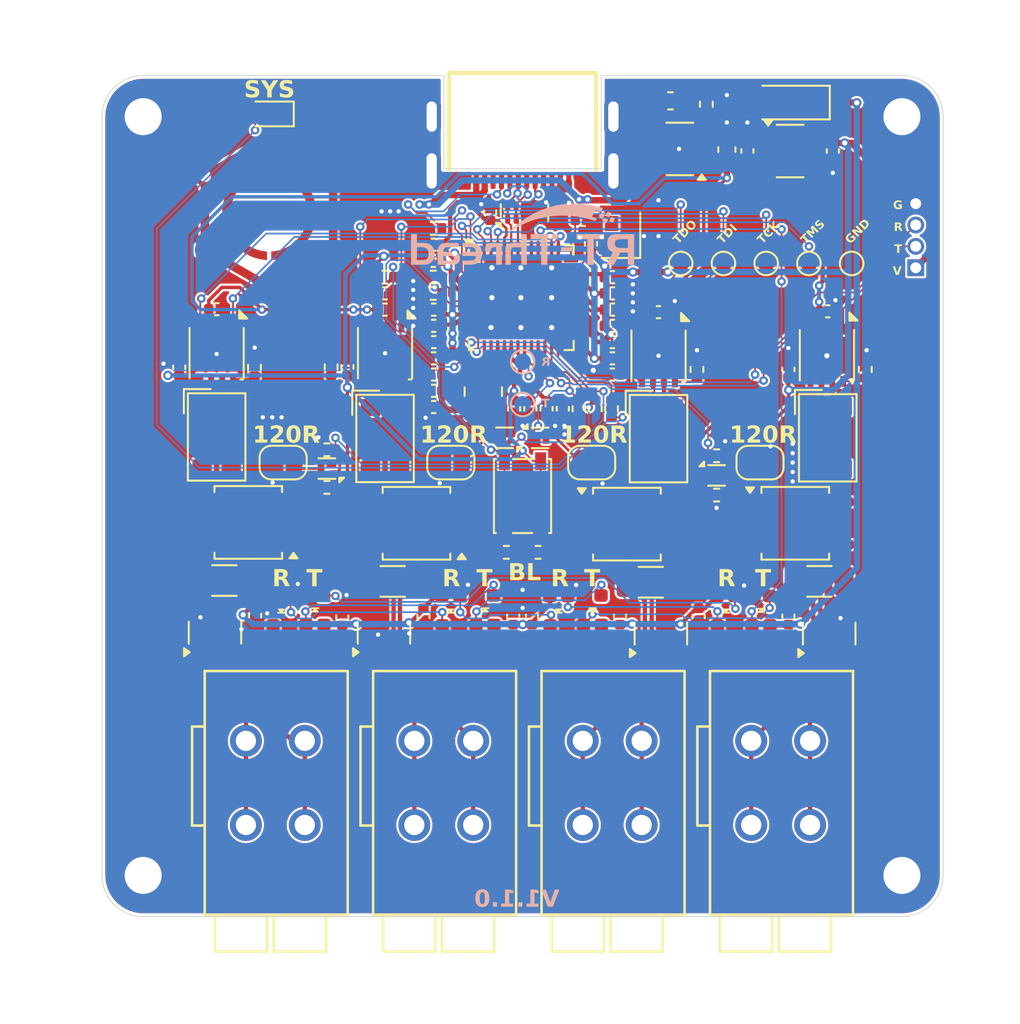
<source format=kicad_pcb>
(kicad_pcb (version 20241129) (generator "pcbnew") (generator_version "9.0")
  (layers (0 "F.Cu" signal) (2 "B.Cu" signal) (13 "F.Paste" user) (15 "B.Paste" user) (5 "F.SilkS" user) (7 "B.SilkS" user) (1 "F.Mask" user) (3 "B.Mask" user) (25 "Edge.Cuts" user) (39 "User.1" signal) (41 "User.2" signal))
  (net 0 "")
  (net 1 "+3V3")
  (net 2 "GND")
  (net 3 "+5V")
  (net 4 "VBUS")
  (net 5 "VDD_SOC0")
  (net 6 "/XIN")
  (net 7 "/XOUT")
  (net 8 "/NRST")
  (net 9 "RGB_VDD")
  (net 10 "/RGB_T")
  (net 11 "Net-(D6-DOUT)")
  (net 12 "Net-(D7-DOUT)")
  (net 14 "Net-(D3-DIN)")
  (net 15 "Net-(U6-CANL)")
  (net 16 "Net-(U6-CANH)")
  (net 17 "/USB_D+")
  (net 18 "/USB_D-")
  (net 19 "/CAN0_RES")
  (net 20 "/CAN1_RES")
  (net 21 "Net-(R13-Pad2)")
  (net 22 "/CAN2_RES")
  (net 23 "Net-(U6-STBY)")
  (net 24 "Net-(U11-CANL)")
  (net 25 "/CAN3_RES")
  (net 26 "/BOOT0")
  (net 27 "/BOOT1")
  (net 28 "/CAN0_TX")
  (net 29 "/CAN0_RX")
  (net 30 "/CAN1_RX")
  (net 31 "/CAN1_TX")
  (net 32 "/CAN2_TX")
  (net 33 "/CAN2_RX")
  (net 34 "/CAN3_RX")
  (net 35 "/CAN3_TX")
  (net 36 "/JTAG_TCK")
  (net 37 "/JTAG_TMS")
  (net 38 "/DBG_TX")
  (net 39 "/DBG_RX")
  (net 40 "Net-(U2A-VDD_PMCCAP)")
  (net 41 "Net-(U2A-VDD_OTPCAP)")
  (net 42 "Net-(D2-DOUT)")
  (net 43 "Net-(D3-DOUT)")
  (net 44 "Net-(D4-DOUT)")
  (net 45 "Net-(D5-DOUT)")
  (net 47 "Net-(D10-A1)")
  (net 48 "Net-(D10-A2)")
  (net 49 "Net-(D11-A2)")
  (net 50 "Net-(D11-A1)")
  (net 51 "Net-(D12-A2)")
  (net 52 "Net-(D12-A1)")
  (net 53 "Net-(D13-A1)")
  (net 54 "Net-(D13-A2)")
  (net 55 "Net-(U5-CANH)")
  (net 56 "Net-(U5-CANL)")
  (net 57 "Net-(U8-CANL)")
  (net 58 "Net-(U8-CANH)")
  (net 60 "Net-(J2-CC2)")
  (net 62 "Net-(J2-CC1)")
  (net 63 "Net-(U2A-DCDC_LP)")
  (net 64 "Net-(U3-SET)")
  (net 65 "Net-(U5-STBY)")
  (net 66 "Net-(U8-STBY)")
  (net 67 "Net-(R18-Pad2)")
  (net 76 "Net-(R11-Pad1)")
  (net 77 "Net-(U11-CANH)")
  (net 78 "Net-(R8-Pad1)")
  (net 79 "Net-(U11-STBY)")
  (net 80 "Net-(R9-Pad1)")
  (net 81 "Net-(R14-Pad1)")
  (net 82 "Net-(R19-Pad1)")
  (net 83 "Net-(R20-Pad1)")
  (net 84 "Net-(JP1-A)")
  (net 85 "Net-(JP2-A)")
  (net 86 "Net-(JP3-A)")
  (net 87 "Net-(JP4-A)")
  (net 88 "Net-(D14-A)")
  (net 89 "/SYS")
  (footprint "Diode_SMD:D_SOD-123" (layer "F.Cu") (at 125.8824 18.3755 180)
    (property "Reference" "D1")
    (property "Value" "DSS34")
  )
  (footprint "Package_TO_SOT_SMD:SOT-23" (layer "F.Cu") (at 128.207471 49.9364 90)
    (property "Reference" "D10")
    (property "Value" "PESD2CAN")
  )
  (footprint "connector:WAGO-2601-1102" (layer "F.Cu") (at 103.546932 56.315601)
    (property "Reference" "J5")
    (property "Value" "2601-1102")
  )
  (footprint "MyLED:LED_WS2812_0807" (layer "F.Cu") (at 124.1778 48.5948 -90)
    (property "Reference" "D2")
    (property "Value" "WS2812")
  )
  (footprint "Capacitor_SMD:C_0402_1005Metric" (layer "F.Cu") (at 112.3696 36.576 -90)
    (property "Reference" "C24")
    (property "Value" "0.1u")
  )
  (footprint "Capacitor_SMD:C_0402_1005Metric" (layer "F.Cu") (at 101.8032 30.6832)
    (property "Reference" "C41")
    (property "Value" "0.1u")
  )
  (footprint "Resistor_SMD:R_1206_3216Metric" (layer "F.Cu") (at 127.622671 46.8376 180)
    (property "Reference" "R11")
    (property "Value" "100R")
  )
  (footprint "Capacitor_SMD:C_0402_1005Metric" (layer "F.Cu") (at 118.0592 30.8356)
    (property "Reference" "C36")
    (property "Value" "0.1u")
  )
  (footprint "Capacitor_SMD:C_0402_1005Metric" (layer "F.Cu") (at 108.0516 24.892 90)
    (property "Reference" "C23")
    (property "Value" "0.1u")
  )
  (footprint "Package_DFN_QFN:DFN-8-1EP_3x3mm_P0.65mm_EP1.55x2.4mm" (layer "F.Cu") (at 101.8032 33.274 -90)
    (property "Reference" "U8")
    (property "Value" "TCAN1044AVDR-Q1")
  )
  (footprint "Resistor_SMD:R_0402_1005Metric" (layer "F.Cu") (at 113.3348 36.576 -90)
    (property "Reference" "R10")
    (property "Value" "10k")
  )
  (footprint "Resistor_SMD:R_0402_1005Metric" (layer "F.Cu") (at 112.0648 24.892 -90)
    (property "Reference" "R1")
    (property "Value" "5.1k")
  )
  (footprint "Package_TO_SOT_SMD:SOT-23-5" (layer "F.Cu") (at 125.8824 21.257001)
    (property "Reference" "U4")
    (property "Value" "ME6211C33M5")
  )
  (footprint "Capacitor_SMD:C_0402_1005Metric" (layer "F.Cu") (at 115.316 33.5788)
    (property "Reference" "C21")
    (property "Value" "0.1u")
  )
  (footprint "MyLED:LED_WS2812_0807" (layer "F.Cu") (at 112.109933 48.5648 90)
    (property "Reference" "D5")
    (property "Value" "WS2812")
  )
  (footprint "Capacitor_SMD:C_0402_1005Metric" (layer "F.Cu") (at 104.6988 36.4744 180)
    (property "Reference" "C8")
    (property "Value" "22u")
  )
  (footprint "Resistor_SMD:R_0402_1005Metric" (layer "F.Cu") (at 101.8032 28.7528)
    (property "Reference" "R4")
    (property "Value" "10k")
  )
  (footprint "Capacitor_SMD:C_0402_1005Metric" (layer "F.Cu") (at 110.4392 36.576 -90)
    (property "Reference" "C16")
    (property "Value" "0.1u")
  )
  (footprint "Capacitor_SMD:C_0603_1608Metric" (layer "F.Cu") (at 118.770401 18.2739)
    (property "Reference" "C6")
    (property "Value" "10u")
  )
  (footprint "Capacitor_SMD:C_0402_1005Metric" (layer "F.Cu") (at 104.6708 26.822401 180)
    (property "Reference" "C20")
    (property "Value" "0.1u")
  )
  (footprint "Crystal:Crystal_SMD_2016-4Pin_2.0x1.6mm" (layer "F.Cu") (at 115.824 26.2636 90)
    (property "Reference" "Y1")
    (property "Value" "24M")
  )
  (footprint "Capacitor_SMD:C_0402_1005Metric" (layer "F.Cu") (at 104.6988 32.6136 180)
    (property "Reference" "C27")
    (property "Value" "4.7u")
  )
  (footprint "Capacitor_SMD:C_0402_1005Metric" (layer "F.Cu") (at 115.316 30.6832)
    (property "Reference" "C15")
    (property "Value" "0.1u")
  )
  (footprint "Resistor_SMD:R_0402_1005Metric" (layer "F.Cu") (at 104.6708 25.857201 180)
    (property "Reference" "R2")
    (property "Value" "5.1k")
  )
  (footprint "Inductor_SMD:L_1008_2520Metric" (layer "F.Cu") (at 107.6452 35.56 90)
    (property "Reference" "L1")
    (property "Value" "4.7uH")
  )
  (footprint "Capacitor_SMD:C_0402_1005Metric" (layer "F.Cu") (at 104.6988 31.6484 180)
    (property "Reference" "C26")
    (property "Value" "0.1u")
  )
  (footprint "connector:WAGO-2601-1102" (layer "F.Cu") (at 113.559011 56.3156)
    (property "Reference" "J4")
    (property "Value" "2601-1102")
  )
  (footprint "Resistor_SMD:R_0402_1005Metric" (layer "F.Cu") (at 120.3452 34.2392 -90)
    (property "Reference" "R12")
    (property "Value" "10R")
  )
  (footprint "Capacitor_SMD:C_0402_1005Metric" (layer "F.Cu") (at 104.6988 34.544 180)
    (property "Reference" "C10")
    (property "Value" "10u")
  )
  (footprint "Capacitor_SMD:C_0402_1005Metric" (layer "F.Cu") (at 128.4224 21.257001 -90)
    (property "Reference" "C7")
    (property "Value" "1u")
  )
  (footprint "Inductor_SMD:L_CommonModeChoke_Coilcraft_1812CAN" (layer "F.Cu") (at 128.119971 38.303199)
    (property "Reference" "FL1")
    (property "Value" "ACT45B-510")
  )
  (footprint "kibuzzard-6738A07D" (layer "F.Cu") (at 113.334799 50.927)
    (property "Reference" "kibuzzard-6738A07D" (hide yes))
    (property "Value" "G***" (hide yes))
  )
  (footprint "Capacitor_SMD:C_0402_1005Metric" (layer "F.Cu") (at 123.3424 21.257001 90)
    (property "Reference" "C4")
    (property "Value" "1u")
  )
  (footprint "Capacitor_SMD:C_0402_1005Metric" (layer "F.Cu") (at 94.0816 48.8696 -90)
    (property "Reference" "C39")
    (property "Value" "0.1u")
  )
  (footprint "Package_SO:SOP-4_3.8x4.1mm_P2.54mm" (layer "F.Cu") (at 103.673629 43.3832 180)
    (property "Reference" "U10")
    (property "Value" "TLP172")
  )
  (footprint "MyLED:LED_WS2812_0807" (layer "F.Cu") (at 105.6922 48.5648 90)
    (property "Reference" "D7")
    (property "Value" "WS2812")
  )
  (footprint "kibuzzard-6738A057" (layer "F.Cu") (at 123.088399 50.926999)
    (property "Reference" "kibuzzard-6738A057" (hide yes))
    (property "Value" "G***" (hide yes))
  )
  (footprint "connector:WAGO-2601-1102" (layer "F.Cu") (at 123.571091 56.315601)
    (property "Reference" "J3")
    (property "Value" "2601-1102")
  )
  (footprint "Resistor_SMD:R_1206_3216Metric" (layer "F.Cu") (at 102.2604 46.8376 180)
    (property "Reference" "R13")
    (property "Value" "100R")
  )
  (footprint "Package_TO_SOT_SMD:SOT-23" (layer "F.Cu") (at 91.696371 49.8856 90)
    (property "Reference" "D13")
    (property "Value" "PESD2CAN")
  )
  (footprint "My USB Connector:USB-C-SMD_CX90M-16P" (layer "F.Cu") (at 109.977972 21.1348 180)
    (property "Reference" "J2")
    (property "Value" "CX90M")
  )
  (footprint "MountingHole:MountingHole_2.2mm_M2_Pad_TopBottom" (layer "F.Cu") (at 87.427971 64.314 -90)
    (property "Reference" "H2" (hide yes))
    (property "Value" "MountingHole_Pad")
  )
  (footprint "Package_DFN_QFN:Diodes_DFN1006-3" (layer "F.Cu") (at 121.5136 40.5384)
    (property "Reference" "Q1")
    (property "Value" "2N7002")
  )
  (footprint "Button_Switch_SMD:SW_SPST_PTS810" (layer "F.Cu") (at 109.977972 41.764 90)
    (property "Reference" "SW1")
    (property "Value" "TS3425")
  )
  (footprint "Capacitor_SMD:C_0402_1005Metric" (layer "F.Cu") (at 91.806629 30.6584)
    (property "Reference" "C43")
    (property "Value" "0.1u")
  )
  (footprint "Package_TO_SOT_SMD:SOT-23" (layer "F.Cu") (at 118.19987 49.9364 90)
    (property "Reference" "D11")
    (property "Value" "PESD2CAN")
  )
  (footprint "kibuzzard-6738A074" (layer "F.Cu") (at 106.68 50.927)
    (property "Reference" "kibuzzard-6738A074" (hide yes))
    (property "Value" "G***" (hide yes))
  )
  (footprint "Package_DFN_QFN:QFN-48-1EP_6x6mm_P0.4mm_EP4.2x4.2mm" (layer "F.Cu") (at 109.905171 29.9756)
    (property "Reference" "U2")
    (property "Value" "HPM5321IEG1")
  )
  (footprint "Resistor_SMD:R_1206_3216Metric" (layer "F.Cu") (at 117.604371 46.8884 180)
    (property "Reference" "R8")
    (property "Value" "100R")
  )
  (footprint "kibuzzard-6738A091" (layer "F.Cu") (at 96.52 50.927)
    (property "Reference" "kibuzzard-6738A091" (hide yes))
    (property "Value" "G***" (hide yes))
  )
  (footprint "Resistor_SMD:R_1206_3216Metric" (layer "F.Cu") (at 92.2528 46.7868 180)
    (property "Reference" "R18")
    (property "Value" "100R")
  )
  (footprint "Package_DFN_QFN:DFN-8-1EP_3x3mm_P0.65mm_EP1.55x2.4mm" (layer "F.Cu") (at 91.7956 33.274 -90)
    (property "Reference" "U11")
    (property "Value" "TCAN1044AVDR-Q1")
  )
  (footprint "Package_TO_SOT_SMD:SOT-23" (layer "F.Cu") (at 101.74067 49.8856 90)
    (property "Reference" "D12")
    (property "Value" "PESD2CAN")
  )
  (footprint "Resistor_SMD:R_0402_1005Metric" (layer "F.Cu") (at 98.3488 39.0144 180)
    (property "Reference" "R21")
    (property "Value" "10k")
  )
  (footprint "Capacitor_SMD:C_0402_1005Metric" (layer "F.Cu") (at 99.568 34.0868 -90)
    (property "Reference" "C37")
    (property "Value" "0.1u")
  )
  (footprint "Capacitor_SMD:C_0402_1005Metric" (layer "F.Cu") (at 115.7732 48.9204 90)
    (property "Reference" "C30")
    (property "Value" "0.1u")
  )
  (footprint "TestPoint:TestPoint_Pad_D1.0mm" (layer "F.Cu") (at 129.54 27.94 90)
    (property "Reference" "TP5")
    (property "Value" "TestPoint")
  )
  (footprint "Package_DFN_QFN:DFN-8-1EP_3x3mm_P0.65mm_EP1.55x2.4mm" (layer "F.Cu") (at 128.068871 33.3949 -90)
    (property "Reference" "U5")
    (property "Value" "TCAN1044AVDR-Q1")
  )
  (footprint "Capacitor_SMD:C_0402_1005Metric" (layer "F.Cu") (at 115.316 32.6136)
    (property "Reference" "C14")
    (property "Value" "0.1u")
  )
  (footprint "Package_SO:SOP-4_3.8x4.1mm_P2.54mm" (layer "F.Cu") (at 93.6752 43.3324 180)
    (property "Reference" "U12")
    (property "Value" "TLP172")
  )
  (footprint "Resistor_SMD:R_0402_1005Metric" (layer "F.Cu") (at 104.6708 28.752801 180)
    (property "Reference" "R6")
    (property "Value" "10k")
  )
  (footprint "Resistor_SMD:R_0402_1005Metric" (layer "F.Cu") (at 98.3488 41.2496)
    (property "Reference" "R20")
    (property "Value" "1k")
  )
  (footprint "TestPoint:TestPoint_Pad_D1.0mm" (layer "F.Cu") (at 124.46 27.94 90)
    (property "Reference" "TP3")
    (property "Value" "TestPoint")
  )
  (footprint "Resistor_SMD:R_0402_1005Metric" (layer "F.Cu") (at 120.904 18.477102 -90)
    (property "Reference" "R3")
    (property "Value" "4.7k")
  )
  (footprint "Capacitor_SMD:C_0402_1005Metric" (layer "F.Cu") (at 104.6988 35.509201 180)
    (property "Reference" "C9")
    (property "Value" "22u")
  )
  (footprint "Jumper:SolderJumper-2_P1.3mm_Open_RoundedPad1.0x1.5mm" (layer "F.Cu") (at 105.7148 39.7764 180)
    (property "Reference" "JP3")
    (property "Value" "Jumper_2_Open")
  )
  (footprint "Resistor_SMD:R_0402_1005Metric" (layer "F.Cu") (at 94.041829 34.1128 -90)
    (property "Reference" "R22")
    (property "Value" "10R")
  )
  (footprint "Capacitor_SMD:C_0402_1005Metric" (layer "F.Cu") (at 115.316 28.7528)
    (property "Reference" "C17")
    (property "Value" "0.1u")
  )
  (footprint "MyLED:LED_WS2812_0807" (layer "F.Cu") (at 107.7702 48.5648 -90)
    (property "Reference" "D6")
    (property "Value" "WS2812")
  )
  (footprint "Capacitor_SMD:C_0402_1005Metric" (layer "F.Cu") (at 115.316 29.718)
    (property "Reference" "C22")
    (property "Value" "0.1u")
  )
  (footprint "Resistor_SMD:R_0402_1005Metric" (layer "F.Cu") (at 130.3528 34.2392 -90)
    (property "Reference" "R7")
    (property "Value" "10R")
  )
  (footprint "Capacitor_SMD:C_0402_1005Metric" (layer "F.Cu") (at 89.571429 34.1128 -90)
    (property "Reference" "C42")
    (property "Value" "0.1u")
  )
  (footprint "Inductor_SMD:L_CommonModeChoke_Coilcraft_1812CAN" (layer "F.Cu") (at 118.061572 38.354)
    (property "Reference" "FL2")
    (property "Value" "ACT45B-510")
  )
  (footprint "Jumper:SolderJumper-2_P1.3mm_Open_RoundedPad1.0x1.5mm" (layer "F.Cu") (at 124.094 39.7764)
    (property "Reference" "JP1")
    (property "Value" "Jumper_2_Open")
  )
  (footprint "Package_TO_SOT_SMD:SOT-23-5" (layer "F.Cu") (at 119.3292 21.1328 180)
    (property "Reference" "U3")
    (property "Value" "MT9700")
  )
  (footprint "Package_SO:SOP-4_3.8x4.1mm_P2.54mm" (layer "F.Cu") (at 116.181972 43.434)
    (property "Reference" "U7")
    (property "Value" "TLP172")
  )
  (footprint "MountingHole:MountingHole_2.2mm_M2_Pad_TopBottom" (layer "F.Cu") (at 87.427971 19.214 -90)
    (property "Reference" "H4" (hide yes))
    (property "Value" "MountingHole_Pad")
  )
  (footprint "Connector_PinHeader_1.27mm:PinHeader_1x04_P1.27mm_Vertical" (layer "F.Cu") (at 133.35 28.194001 180)
    (property "Reference" "J1")
    (property "Value" "Header 1.27 4P")
  )
  (footprint "LOGO" (layer "F.Cu") (at 94.9198 24.9428)
    (property "Reference" "G***" (hide yes))
    (property "Value" "LOGO" (hide yes))
  )
  (footprint "Resistor_SMD:R_0402_1005Metric" (layer "F.Cu") (at 110.898399 45.1104 180)
    (property "Reference" "R9")
    (property "Value" "1k")
  )
  (footprint "Capacitor_SMD:C_0402_1005Metric" (layer "F.Cu") (at 104.6988 30.6832 180)
    (property "Reference" "C19")
    (property "Value" "0.1u")
  )
  (footprint "Capacitor_SMD:C_0402_1005Metric" (layer "F.Cu") (at 99.2632 48.9712 90)
    (property "Reference" "C38")
    (property "Value" "0.1u")
  )
  (footprint "Package_DFN_QFN:Diodes_DFN1006-3" (layer "F.Cu") (at 111.0239 38.3066)
    (property "Reference" "Q2")
    (property "Value" "2N7002")
  )
  (footprint "Capacitor_SMD:C_0402_1005Metric" (layer "F.Cu") (at 104.0892 48.9204 -90)
    (property "Reference" "C33")
    (property "Value" "0.1u")
  )
  (footprint "Capacitor_SMD:C_0402_1005Metric" (layer "F.Cu") (at 115.316 31.6484)
    (property "Reference" "C18")
    (property "Value" "0.1u")
  )
  (footprint "Capacitor_SMD:C_0402_1005Metric" (layer "F.Cu") (at 115.316 34.544)
    (property "Reference" "C35")
    (property "Value" "0.1u")
  )
  (footprint "Capacitor_SMD:C_0402_1005Metric" (layer "F.Cu") (at 109.474 36.576 -90)
    (property "Reference" "C12")
    (property "Value" "10u")
  )
  (footprint "Capacitor_SMD:C_0603_1608Metric" (layer "F.Cu") (at 122.1232 21.169501 -90)
    (property "Reference" "C3")
    (property "Value" "10u")
  )
  (footprint "TestPoint:TestPoint_Pad_D1.0mm" (layer "F.Cu") (at 119.38 27.94 90)
    (property "Reference" "TP1")
    (property "Value" "TestPoint")
  )
  (footprint "Capacitor_SMD:C_0402_1005Metric" (layer "F.Cu") (at 113.5888 25.3492)
    (property "Reference" "C2")
    (property "Value" "15p")
  )
  (footprint "Capacitor_SMD:C_0402_1005Metric" (layer "F.Cu") (at 104.6708 27.787601 180)
    (property "Reference" "C11")
    (property "Value" "0.1u")
  )
  (footprint "MountingHole:MountingHole_2.2mm_M2_Pad_TopBottom" (layer "F.Cu") (at 132.527972 19.214 -90)
    (property "Reference" "H3" (hide yes))
    (property "Value" "MountingHole_Pad")
  )
  (footprint "TestPoint:TestPoint_Pad_D1.0mm" (layer "F.Cu") (at 127 27.94 90)
    (property "Reference" "TP4")
    (property "Value" "TestPoint")
  )
  (footprint "Capacitor_SMD:C_0402_1005Metric" (layer "F.Cu") (at 120.4468 48.9204 -90)
    (property "Reference" "C29")
    (property "Value" "0.1u")
  )
  (footprint "connector:WAGO-2601-1102" (layer "F.Cu") (at 93.534851 56.315601)
    (property "Reference" "J6")
    (property "Value" "2601-1102")
  )
  (footprint "Resistor_SMD:R_0402_1005Metric" (layer "F.Cu") (at 115.2652 36.576 -90)
    (property "Reference" "R23" (hide yes))
    (property "Value" "5.1k")
  )
  (footprint "MyLED:LED_WS2812_0807" (layer "F.Cu") (at 122.0498 48.5648 90)
    (property "Reference" "D3")
    (property "Value" "WS2812")
  )
  (footprint "Capacitor_SMD:C_0402_1005Metric" (layer "F.Cu") (at 110.5408 48.9204 90)
    (property "Reference" "C31")
    (property "Value" "0.1u")
  )
  (footprint "MountingHole:MountingHole_2.2mm_M2_Pad_TopBottom" (layer "F.Cu") (at 132.527972 64.314 -90)
    (property "Reference" "H1" (hide yes))
    (property "Value" "MountingHole_Pad")
  )
  (footprint "Capacitor_SMD:C_0402_1005Metric" (layer "F.Cu") (at 114.046 26.7716 90)
    (property "Reference" "C1")
    (property "Value" "15p")
  )
  (footprint "Capacitor_SMD:C_0402_1005Metric" (layer "F.Cu") (at 109.4232 48.9204 90)
    (property "Reference" "C32")
    (property "Value" "0.1u")
  )
  (footprint "Resistor_SMD:R_0402_1005Metric" (layer "F.Cu") (at 114.3 36.576 -90)
    (property "Reference" "R16")
    (property "Value" "10k")
  )
  (footprint "Package_DFN_QFN:Diodes_DFN1006-3" (layer "F.Cu") (at 98.3488 40.132 180)
    (property "Reference" "Q4")
    (property "Value" "2N7002")
  )
  (footprint "Capacitor_SMD:C_0402_1005Metric" (layer "F.Cu") (at 128.1176 30.7848)
    (property "Reference" "C40")
    (property "Value" "0.1u")
  )
  (footprint "Resistor_SMD:R_0402_1005Metric" (layer "F.Cu") (at 121.5136 41.7068 180)
    (property "Reference" "R19")
    (property "Value" "1k")
  )
  (footprint "Resistor_SMD:R_0402_1005Metric" (layer "F.Cu") (at 121.5136 39.37)
    (property "Reference" "R15")
    (property "Value" "10k")
  )
  (footprint "Resistor_SMD:R_0402_1005Metric" (layer "F.Cu") (at 109.018799 45.1104)
    (property "Reference" "R14")
    (property "Value" "1k")
  )
  (footprint "MyLED:LED_WS2812_0807" (layer "F.Cu") (at 97.661 48.5648 -90)
    (property "Reference" "D8")
    (property "Value" "WS2812")
  )
  (footprint "Capacitor_SMD:C_0402_1005Metric" (layer "F.Cu") (at 125.7808 48.9204 90)
    (property "Reference" "C28")
    (property "Value" "0.1u")
  )
  (footprint "MyLED:LED_WS2812_0807" (layer "F.Cu") (at 95.6338 48.5648 90)
    (property "Reference" "D9")
    (property "Value" "WS2812")
  )
  (footprint "TestPoint:TestPoint_Pad_D1.0mm" (layer "F.Cu") (at 121.92 27.94 90)
    (property "Reference" "TP2")
    (property "Value" "TestPoint")
  )
  (footprint "Package_SO:SOP-4_3.8x4.1mm_P2.54mm" (layer "F.Cu") (at 126.189571 43.3832)
    (property "Reference" "U9")
    (property "Value" "TLP172")
  )
  (footprint "Capacitor_SMD:C_0402_1005Metric" (layer "F.Cu") (at 101.8032 29.718)
    (property "Reference" "C5")
    (property "Value" "0.1u")
  )
  (footprint "Resistor_SMD:R_0402_1005Metric" (layer "F.Cu") (at 98.6028 34.0868 -90)
    (property "Reference" "R17")
    (property "Value" "10R")
  )
  (footprint "Capacitor_SMD:C_0402_1005Metric" (layer "F.Cu") (at 104.6988 33.578801 180)
    (property "Reference" "C13")
    (property "Value" "0.1u")
  )
  (footprint "Inductor_SMD:L_CommonModeChoke_Coilcraft_1812CAN" (layer "F.Cu") (at 101.8046 38.3428)
    (property "Reference" "FL3")
    (property "Value" "ACT45B-510")
  )
  (footprint "Package_SON:USON-10_2.5x1.0mm_P0.5mm" (layer "F.Cu") (at 110.0945 24.9174 90)
    (property "Reference" "U1")
    (property "Value" "0524P")
  )
  (footprint "Package_DFN_QFN:Diodes_DFN1006-3" (layer "F.Cu") (at 108.9152 38.3032 180)
    (property "Reference" "Q3")
    (property "Value" "2N7002")
  )
  (footprint "Inductor_SMD:L_CommonModeChoke_Coilcraft_1812CAN" (layer "F.Cu") (at 91.7956 38.252399)
    (property "Reference" "FL4")
    (property "Value" "ACT45B-510")
  )
  (footprint "Jumper:SolderJumper-2_P1.3mm_Open_RoundedPad1.0x1.5mm" (layer "F.Cu") (at 95.7476 39.7764 180)
    (property "Reference" "JP4")
    (property "Value" "Jumper_2_Open")
  )
  (footprint "Resistor_SMD:R_0402_1005Metric" (layer "F.Cu") (at 104.6708 29.718001 180)
    (property "Reference" "R5")
    (property "Value" "10k")
  )
  (footprint "Package_DFN_QFN:DFN-8-1EP_3x3mm_P0.65mm_EP1.55x2.4mm" (layer "F.Cu") (at 118.061572 33.4264 -90)
    (property "Reference" "U6")
    (property "Value" "TCAN1044AVDR-Q1")
  )
  (footprint "Capacitor_SMD:C_0402_1005Metric" (layer "F.Cu") (at 125.7808 34.2392 -90)
    (property "Reference" "C34")
    (property "Value" "0.1u")
  )
  (footprint "Capacitor_SMD:C_0402_1005Metric" (layer "F.Cu") (at 111.4044 36.576 -90)
    (property "Reference" "C25")
    (property "Value" "4.7u")
  )
  (footprint "MyLED:LED_WS2812_0807" (layer "F.Cu") (at 114.154066 48.5648 -90)
    (property "Reference" "D4")
    (property "Value" "WS2812")
  )
  (footprint "Jumper:SolderJumper-2_P1.3mm_Open_RoundedPad1.0x1.5mm" (layer "F.Cu") (at 114.0864 39.7764)
    (property "Reference" "JP2")
    (property "Value" "Jumper_2_Open")
  )
  (footprint "LED_SMD:LED_0603_1608Metric" (layer "F.Cu") (at 94.8944 19.05 180)
    (property "Reference" "D14" (hide yes))
    (property "Value" "LED_G")
  )
  (footprint "TestPoint:TestPoint_Pad_D1.0mm" (layer "B.Cu") (at 109.982 36.322)
    (property "Reference" "TP7")
    (property "Value" "TestPoint")
  )
  (footprint "LOGO" (layer "B.Cu") (at 110.0328 26.5684 180)
    (property "Reference" "G***" (hide yes))
    (property "Value" "LOGO" (hide yes))
  )
  (footprint "TestPoint:TestPoint_Pad_D1.0mm" (layer "B.Cu") (at 109.982 33.782)
    (property "Reference" "TP6")
    (property "Value" "TestPoint")
  )
  (gr_line (start 84.977972 64.314) (end 84.977972 19.214) (stroke (width 0.05)) (layer "Edge.Cuts"))
  (gr_arc (start 87.427971 66.764) (mid 85.695559 66.046412) (end 84.977972 64.314) (stroke (width 0.05)) (layer "Edge.Cuts"))
  (gr_line (start 114.657971 16.764) (end 114.657971 22.3012) (stroke (width 0.05)) (layer "Edge.Cuts"))
  (gr_arc (start 134.977972 64.314) (mid 134.260384 66.046412) (end 132.527972 66.764) (stroke (width 0.05)) (layer "Edge.Cuts"))
  (gr_line (start 87.427971 16.764) (end 105.31077 16.764) (stroke (width 0.05)) (layer "Edge.Cuts"))
  (gr_arc (start 84.977972 19.214) (mid 85.69556 17.481589) (end 87.427971 16.764) (stroke (width 0.05)) (layer "Edge.Cuts"))
  (gr_line (start 132.527972 66.764) (end 87.427971 66.764) (stroke (width 0.05)) (layer "Edge.Cuts"))
  (gr_arc (start 132.527972 16.764) (mid 134.260384 17.481588) (end 134.977972 19.214) (stroke (width 0.05)) (layer "Edge.Cuts"))
  (gr_line (start 134.977972 19.214) (end 134.977972 64.314) (stroke (width 0.05)) (layer "Edge.Cuts"))
  (gr_line (start 114.657971 22.3012) (end 105.310771 22.3012) (stroke (width 0.05)) (layer "Edge.Cuts"))
  (gr_line (start 105.310771 22.3012) (end 105.31077 16.764) (stroke (width 0.05)) (layer "Edge.Cuts"))
  (gr_line (start 132.527972 16.764) (end 114.657971 16.764) (stroke (width 0.05)) (layer "Edge.Cuts"))
  (gr_text "R" (at 132.040437 26.094266 0) (layer "F.SilkS") (effects (font (size 0.5 0.5) (thickness 0.125)) (justify left bottom)))
  (gr_text "TMS" (at 126.860852 26.8732 45) (layer "F.SilkS") (effects (font (size 0.5 0.5) (thickness 0.125)) (justify left bottom)))
  (gr_text "120R" (at 93.9292 38.7604 0) (layer "F.SilkS") (effects (font (size 1 1) (thickness 0.1)) (justify left bottom)))
  (gr_text "TDI" (at 121.903887 26.8732 45) (layer "F.SilkS") (effects (font (size 0.5 0.5) (thickness 0.125)) (justify left bottom)))
  (gr_text "TCK" (at 124.2822 26.8732 45) (layer "F.SilkS") (effects (font (size 0.5 0.5) (thickness 0.125)) (justify left bottom)))
  (gr_text "V" (at 131.9784 28.702 0) (layer "F.SilkS") (effects (font (size 0.5 0.5) (thickness 0.125)) (justify left bottom)))
  (gr_text "R" (at 105.2068 47.2948 0) (layer "F.SilkS") (effects (font (size 1 1) (thickness 0.1)) (justify left bottom)))
  (gr_text "T" (at 113.6396 47.2948 0) (layer "F.SilkS") (effects (font (size 1 1) (thickness 0.1)) (justify left bottom)))
  (gr_text "120R" (at 112.2172 38.7604 0) (layer "F.SilkS") (effects (font (size 1 1) (thickness 0.1)) (justify left bottom)))
  (gr_text "G" (at 131.998427 24.7904 0) (layer "F.SilkS") (effects (font (size 0.5 0.5) (thickness 0.125)) (justify left bottom)))
  (gr_text "120R" (at 122.2756 38.7604 0) (layer "F.SilkS") (effects (font (size 1 1) (thickness 0.1)) (justify left bottom)))
  (gr_text "GND" (at 129.505479 26.8732 45) (layer "F.SilkS") (effects (font (size 0.5 0.5) (thickness 0.125)) (justify left bottom)))
  (gr_text "T" (at 132.070723 27.398132 0) (layer "F.SilkS") (effects (font (size 0.5 0.5) (thickness 0.125)) (justify left bottom)))
  (gr_text "BL" (at 109.1184 46.9392 0) (layer "F.SilkS") (effects (font (size 1 1) (thickness 0.1)) (justify left bottom)))
  (gr_text "120R" (at 103.886 38.7604 0) (layer "F.SilkS") (effects (font (size 1 1) (thickness 0.1)) (justify left bottom)))
  (gr_text "R" (at 111.6584 47.2948 0) (layer "F.SilkS") (effects (font (size 1 1) (thickness 0.1)) (justify left bottom)))
  (gr_text "T" (at 123.7996 47.2948 0) (layer "F.SilkS") (effects (font (size 1 1) (thickness 0.1)) (justify left bottom)))
  (gr_text "T" (at 97.1296 47.2948 0) (layer "F.SilkS") (effects (font (size 1 1) (thickness 0.1)) (justify left bottom)))
  (gr_text "R" (at 121.5644 47.2948 0) (layer "F.SilkS") (effects (font (size 1 1) (thickness 0.1)) (justify left bottom)))
  (gr_text "T" (at 107.2388 47.2948 0) (layer "F.SilkS") (effects (font (size 1 1) (thickness 0.1)) (justify left bottom)))
  (gr_text "TDO" (at 119.269279 26.8732 45) (layer "F.SilkS") (effects (font (size 0.5 0.5) (thickness 0.125)) (justify left bottom)))
  (gr_text "SYS" (at 93.4212 18.2372 0) (layer "F.SilkS") (effects (font (size 1 1) (thickness 0.125)) (justify left bottom)))
  (gr_text "R" (at 95.0976 47.2948 0) (layer "F.SilkS") (effects (font (size 1 1) (thickness 0.1)) (justify left bottom)))
  (gr_text "V1.1.0" (at 112.170296 66.3448 0) (layer "B.SilkS") (effects (font (size 1 1)) (justify left bottom mirror)))
  (gr_text "T" (at 111.5822 36.576 0) (layer "B.SilkS") (effects (font (size 0.5 0.5) (thickness 0.125)) (justify left bottom mirror)))
  (gr_text "R" (at 111.633 34.1122 0) (layer "B.SilkS") (effects (font (size 0.5 0.5) (thickness 0.125)) (justify left bottom mirror)))
  (segment (start 113.9952 31.1912) (end 113.9952 32.1564) (width 0.254) (layer "F.Cu") (net 1))
  (segment (start 101.293201 28.7528) (end 101.293201 27.947803) (width 0.2032) (layer "F.Cu") (net 1))
  (segment (start 98.858799 41.2496) (end 99.568 40.540399) (width 0.2032) (layer "F.Cu") (net 1))
  (segment (start 124.8664 37.338) (end 125.8062 36.3982) (width 0.2032) (layer "F.Cu") (net 1))
  (segment (start 111.052972 43.839) (end 111.052972 39.689) (width 0.1016) (layer "F.Cu") (net 1))
  (segment (start 113.4872 29.5148) (end 113.4872 29.694802) (width 0.254) (layer "F.Cu") (net 1))
  (segment (start 108.905171 32.9256) (end 108.905171 33.721171) (width 0.254) (layer "F.Cu") (net 1))
  (segment (start 128.4224 20.777001) (end 129.1336 20.777001) (width 0.381) (layer "F.Cu") (net 1))
  (segment (start 120.4468 41.149999) (end 120.4468 38.4048) (width 0.2032) (layer "F.Cu") (net 1))
  (segment (start 109.474 34.29) (end 109.474 35.5092) (width 0.254) (layer "F.Cu") (net 1))
  (segment (start 127.09387 34.9449) (end 126.86817 34.7192) (width 0.254) (layer "F.Cu") (net 1))
  (segment (start 106.955171 29.775601) (end 106.431892 29.775601) (width 0.254) (layer "F.Cu") (net 1))
  (segment (start 101.293201 27.947803) (end 101.729902 27.511102) (width 0.2032) (layer "F.Cu") (net 1))
  (segment (start 114.836 31.6484) (end 114.836 30.6832) (width 0.254) (layer "F.Cu") (net 1))
  (segment (start 125.7808 34.7192) (end 125.7808 35.437332) (width 0.254) (layer "F.Cu") (net 1))
  (segment (start 100.828199 34.824) (end 99.8252 34.824) (width 0.254) (layer "F.Cu") (net 1))
  (segment (start 113.406401 29.775601) (end 113.519401 29.775601) (width 0.254) (layer "F.Cu") (net 1))
  (segment (start 134.1628 27.381201) (end 133.35 28.194001) (width 0.381) (layer "F.Cu") (net 1))
  (segment (start 105.1508 27.787601) (end 105.225628 27.787601) (width 0.381) (layer "F.Cu") (net 1))
  (segment (start 115.2938 32.208272) (end 115.229561 32.144033) (width 0.1524) (layer "F.Cu") (net 1))
  (segment (start 111.052972 44.445828) (end 111.052972 43.839) (width 0.1016) (layer "F.Cu") (net 1))
  (segment (start 113.9952 32.1564) (end 114.4524 32.6136) (width 0.254) (layer "F.Cu") (net 1))
  (segment (start 89.571429 34.5928) (end 88.902 34.5928) (width 0.254) (layer "F.Cu") (net 1))
  (segment (start 125.7808 35.437332) (end 125.8062 35.462732) (width 0.254) (layer "F.Cu") (net 1))
  (segment (start 114.4524 32.6136) (end 114.836 32.6136) (width 0.254) (layer "F.Cu") (net 1))
  (segment (start 89.802629 34.824) (end 89.571429 34.5928) (width 0.254) (layer "F.Cu") (net 1))
  (segment (start 129.1336 20.777001) (end 129.539801 20.777001) (width 0.381) (layer "F.Cu") (net 1))
  (segment (start 114.8588 28.73) (end 114.836 28.7528) (width 0.381) (layer "F.Cu") (net 1))
  (segment (start 131.804772 21.7061) (end 134.1628 24.064128) (width 0.381) (layer "F.Cu") (net 1))
  (segment (start 110.3884 45.1104) (end 111.052972 44.445828) (width 0.1016) (layer "F.Cu") (net 1))
  (segment (start 112.855171 28.575601) (end 114.658801 28.575601) (width 0.254) (layer "F.Cu") (net 1))
  (segment (start 130.4689 21.7061) (end 131.804772 21.7061) (width 0.381) (layer "F.Cu") (net 1))
  (segment (start 90.820599 34.824) (end 89.802629 34.824) (width 0.254) (layer "F.Cu") (net 1))
  (segment (start 99.8252 34.824) (end 99.568 34.5668) (width 0.254) (layer "F.Cu") (net 1))
  (segment (start 109.474 36.096) (end 110.4392 36.096) (width 0.254) (layer "F.Cu") (net 1))
  (segment (start 88.902 34.5928) (end 88.9 34.5948) (width 0.254) (layer "F.Cu") (net 1))
  (segment (start 115.229561 32.041961) (end 114.836 31.6484) (width 0.381) (layer "F.Cu") (net 1))
  (segment (start 118.618 28.448) (end 116.5352 28.448) (width 0.381) (layer "F.Cu") (net 1))
  (segment (start 113.519401 29.775601) (end 114.427 30.6832) (width 0.254) (layer "F.Cu") (net 1))
  (segment (start 115.229561 32.144033) (end 115.229561 32.041961) (width 0.381) (layer "F.Cu") (net 1))
  (segment (start 115.2938 34.0418) (end 115.2938 32.208272) (width 0.1524) (layer "F.Cu") (net 1))
  (segment (start 127.0199 20.307002) (end 127.952401 20.307002) (width 0.381) (layer "F.Cu") (net 1))
  (segment (start 121.5136 37.338) (end 124.8664 37.338) (width 0.2032) (layer "F.Cu") (net 1))
  (segment (start 127.952401 20.307002) (end 128.4224 20.777001) (width 0.381) (layer "F.Cu") (net 1))
  (segment (start 121.003601 41.7068) (end 120.4468 41.149999) (width 0.2032) (layer "F.Cu") (net 1))
  (segment (start 114.836 32.6136) (end 114.836 32.537594) (width 0.381) (layer "F.Cu") (net 1))
  (segment (start 105.7148 28.351601) (end 105.1508 27.787601) (width 0.254) (layer "F.Cu") (net 1))
  (segment (start 134.1628 24.064128) (end 134.1628 27.381201) (width 0.381) (layer "F.Cu") (net 1))
  (segment (start 120.4468 38.4048) (end 121.5136 37.338) (width 0.2032) (layer "F.Cu") (net 1))
  (segment (start 109.474 35.5092) (end 109.474 36.096) (width 0.254) (layer "F.Cu") (net 1))
  (segment (start 110.6058 39.689) (end 109.9312 39.0144) (width 0.1016) (layer "F.Cu") (net 1))
  (segment (start 113.994052 31.1912) (end 113.9952 31.1912) (width 0.254) (layer "F.Cu") (net 1))
  (segment (start 114.8588 28.0924) (end 114.8588 28.73) (width 0.381) (layer "F.Cu") (net 1))
  (segment (start 105.225628 27.787601) (end 105.536919 28.098892) (width 0.381) (layer "F.Cu") (net 1))
  (segment (start 125.8062 36.3982) (end 125.8062 35.462732) (width 0.2032) (layer "F.Cu") (net 1))
  (segment (start 105.7148 29.058509) (end 105.7148 28.351601) (width 0.254) (layer "F.Cu") (net 1))
  (segment (start 113.348 29.3756) (end 113.4872 29.5148) (width 0.254) (layer "F.Cu") (net 1))
  (segment (start 114.427 30.6832) (end 114.836 30.6832) (width 0.254) (layer "F.Cu") (net 1))
  (segment (start 106.431892 29.775601) (end 105.7148 29.058509) (width 0.254) (layer "F.Cu") (net 1))
  (segment (start 109.528798 45.1104) (end 110.3884 45.1104) (width 0.1016) (layer "F.Cu") (net 1))
  (segment (start 111.052972 39.689) (end 110.6058 39.689) (width 0.1016) (layer "F.Cu") (net 1))
  (segment (start 114.658801 28.575601) (end 114.836 28.7528) (width 0.254) (layer "F.Cu") (net 1))
  (segment (start 112.855171 30.5756) (end 113.378452 30.5756) (width 0.254) (layer "F.Cu") (net 1))
  (segment (start 116.654171 34.544) (end 115.796 34.544) (width 0.254) (layer "F.Cu") (net 1))
  (segment (start 108.905171 33.721171) (end 109.474 34.29) (width 0.254) (layer "F.Cu") (net 1))
  (segment (start 129.539801 20.777001) (end 130.4689 21.7061) (width 0.381) (layer "F.Cu") (net 1))
  (segment (start 99.568 40.540399) (end 99.568 35.306) (width 0.2032) (layer "F.Cu") (net 1))
  (segment (start 112.855171 29.775601) (end 113.406401 29.775601) (width 0.254) (layer "F.Cu") (net 1))
  (segment (start 113.378452 30.5756) (end 113.994052 31.1912) (width 0.254) (layer "F.Cu") (net 1))
  (segment (start 99.568 34.5668) (end 99.568 35.306) (width 0.254) (layer "F.Cu") (net 1))
  (segment (start 113.4872 29.694802) (end 113.406401 29.775601) (width 0.254) (layer "F.Cu") (net 1))
  (segment (start 115.796 34.544) (end 115.2938 34.0418) (width 0.1524) (layer "F.Cu") (net 1))
  (segment (start 114.836 32.537594) (end 115.229561 32.144033) (width 0.381) (layer "F.Cu") (net 1))
  (segment (start 126.86817 34.7192) (end 125.7808 34.7192) (width 0.254) (layer "F.Cu") (net 1))
  (segment (start 117.086571 34.9764) (end 116.654171 34.544) (width 0.254) (layer "F.Cu") (net 1))
  (segment (start 112.855171 29.3756) (end 113.348 29.3756) (width 0.254) (layer "F.Cu") (net 1))
  (via (at 109.982 39.0652) (size 0.508) (drill 0.254) (layers "F.Cu" "B.Cu") (net 1))
  (via (at 118.618 28.448) (size 0.5588) (drill 0.3048) (layers "F.Cu" "B.Cu") (net 1))
  (via (at 101.729902 27.511102) (size 0.5588) (drill 0.3048) (layers "F.Cu" "B.Cu") (net 1))
  (via (at 109.474 35.5092) (size 0.508) (drill 0.254) (layers "F.Cu" "B.Cu") (net 1))
  (via (at 125.8062 35.462732) (size 0.5588) (drill 0.3048) (layers "F.Cu" "B.Cu") (net 1))
  (via (at 114.8588 28.0924) (size 0.5588) (drill 0.3048) (layers "F.Cu" "B.Cu") (net 1))
  (via (at 116.5352 28.448) (size 0.5588) (drill 0.3048) (layers "F.Cu" "B.Cu") (net 1))
  (via (at 129.1336 20.777001) (size 0.5588) (drill 0.3048) (layers "F.Cu" "B.Cu") (net 1))
  (via (at 99.568 35.306) (size 0.5588) (drill 0.3048) (layers "F.Cu" "B.Cu") (net 1))
  (via (at 115.229561 32.144033) (size 0.5588) (drill 0.3048) (layers "F.Cu" "B.Cu") (net 1))
  (via (at 88.9 34.5948) (size 0.5588) (drill 0.3048) (layers "F.Cu" "B.Cu") (net 1))
  (via (at 105.536919 28.098892) (size 0.5588) (drill 0.3048) (layers "F.Cu" "B.Cu") (net 1))
  (segment (start 105.217329 27.5336) (end 105.217329 27.218271) (width 0.381) (layer "B.Cu") (net 1))
  (segment (start 105.141129 27.4574) (end 105.217329 27.5336) (width 0.254) (layer "B.Cu") (net 1))
  (segment (start 106.5276 26.7208) (end 105.7148 26.7208) (width 0.381) (layer "B.Cu") (net 1))
  (segment (start 129.3368 34.5948) (end 128.468868 35.462732) (width 0.381) (layer "B.Cu") (net 1))
  (segment (start 100.5586 27.4574) (end 105.141129 27.4574) (width 0.254) (layer "B.Cu") (net 1))
  (segment (start 114.9604 31.874872) (end 114.9604 29.464) (width 0.381) (layer "B.Cu") (net 1))
  (segment (start 99.568 35.306) (end 99.568 34.5948) (width 0.254) (layer "B.Cu") (net 1))
  (segment (start 129.3368 20.980201) (end 129.3368 28.448) (width 0.381) (layer "B.Cu") (net 1))
  (segment (start 114.9604 28.448) (end 116.5352 28.448) (width 0.381) (layer "B.Cu") (net 1))
  (segment (start 105.217329 27.779302) (end 105.217329 27.5336) (width 0.381) (layer "B.Cu") (net 1))
  (segment (start 109.2534 38.3366) (end 109.2534 35.7298) (width 0.254) (layer "B.Cu") (net 1))
  (segment (start 109.982 39.0652) (end 109.2534 38.3366) (width 0.254) (layer "B.Cu") (net 1))
  (segment (start 114.9604 28.448) (end 114.9604 28.194) (width 0.381) (layer "B.Cu") (net 1))
  (segment (start 114.8588 28.0924) (end 113.8301 27.0637) (width 0.381) (layer "B.Cu") (net 1))
  (segment (start 129.1336 20.777001) (end 129.3368 20.980201) (width 0.381) (layer "B.Cu") (net 1))
  (segment (start 103.8352 39.5732) (end 107.696 39.5732) (width 0.254) (layer "B.Cu") (net 1))
  (segment (start 101.732804 27.5082) (end 101.729902 27.511102) (width 0.1524) (layer "B.Cu") (net 1))
  (segment (start 105.217329 27.5336) (end 105.191929 27.5082) (width 0.1524) (layer "B.Cu") (net 1))
  (segment (start 109.2534 35.7298) (end 109.474 35.5092) (width 0.254) (layer "B.Cu") (net 1))
  (segment (start 105.217329 27.779302) (end 105.536919 28.098892) (width 0.381) (layer "B.Cu") (net 1))
  (segment (start 129.3368 29.4132) (end 129.3368 34.5948) (width 0.381) (layer "B.Cu") (net 1))
  (segment (start 129.3368 28.448) (end 129.3368 29.4132) (width 0.381) (layer "B.Cu") (net 1))
  (segment (start 114.9604 29.464) (end 114.9604 28.448) (width 0.381) (layer "B.Cu") (net 1))
  (segment (start 113.8301 27.0637) (end 106.8705 27.0637) (width 0.381) (layer "B.Cu") (net 1))
  (segment (start 88.9 34.5948) (end 99.568 34.5948) (width 0.254) (layer "B.Cu") (net 1))
  (segment (start 105.217329 27.218271) (end 105.7148 26.7208) (width 0.381) (layer "B.Cu") (net 1))
  (segment (start 99.441 34.4678) (end 99.441 28.575) (width 0.254) (layer "B.Cu") (net 1))
  (segment (start 99.568 34.5948) (end 99.441 34.4678) (width 0.254) (layer "B.Cu") (net 1))
  (segment (start 99.441 28.575) (end 100.5586 27.4574) (width 0.254) (layer "B.Cu") (net 1))
  (segment (start 99.568 35.306) (end 103.8352 39.5732) (width 0.254) (layer "B.Cu") (net 1))
  (segment (start 109.474 39.5732) (end 109.982 39.0652) (width 0.254) (layer "B.Cu") (net 1))
  (segment (start 107.696 39.5732) (end 109.474 39.5732) (width 0.254) (layer "B.Cu") (net 1))
  (segment (start 118.618 28.448) (end 129.3368 28.448) (width 0.381) (layer "B.Cu") (net 1))
  (segment (start 106.8705 27.0637) (end 106.5276 26.7208) (width 0.381) (layer "B.Cu") (net 1))
  (segment (start 115.229561 32.144033) (end 114.9604 31.874872) (width 0.381) (layer "B.Cu") (net 1))
  (segment (start 105.191929 27.5082) (end 101.732804 27.5082) (width 0.1524) (layer "B.Cu") (net 1))
  (segment (start 128.468868 35.462732) (end 125.8062 35.462732) (width 0.381) (layer "B.Cu") (net 1))
  (segment (start 114.9604 28.194) (end 114.8588 28.0924) (width 0.381) (layer "B.Cu") (net 1))
  (segment (start 105.064801 40.985199) (end 105.0544 40.9956) (width 0.1524) (layer "F.Cu") (net 2))
  (segment (start 122.088497 17.967103) (end 122.1232 17.9324) (width 0.1016) (layer "F.Cu") (net 2))
  (segment (start 104.0156 49.4004) (end 103.572647 49.843353) (width 0.1016) (layer "F.Cu") (net 2))
  (segment (start 113.594066 47.482723) (end 113.16279 47.051447) (width 0.1016) (layer "F.Cu") (net 2))
  (segment (start 107.2102 47.6848) (end 107.2102 47.5202) (width 0.1016) (layer "F.Cu") (net 2))
  (segment (start 88.8968 33.6328) (end 88.638031 33.891569) (width 0.1524) (layer "F.Cu") (net 2))
  (segment (start 113.4846 26.2916) (end 113.3856 26.3906) (width 0.1524) (layer "F.Cu") (net 2))
  (segment (start 112.4712 37.592) (end 112.4712 38.1) (width 0.1016) (layer "F.Cu") (net 2))
  (segment (start 111.0945 24.5324) (end 111.1544 24.5324) (width 0.1524) (layer "F.Cu") (net 2))
  (segment (start 105.064801 39.7764) (end 105.064801 40.985199) (width 0.1524) (layer "F.Cu") (net 2))
  (segment (start 120.904 17.967103) (end 122.088497 17.967103) (width 0.1016) (layer "F.Cu") (net 2))
  (segment (start 119.105562 37.7952) (end 121.0056 35.895162) (width 0.381) (layer "F.Cu") (net 2))
  (segment (start 128.4224 21.737001) (end 128.4224 22.5552) (width 0.1016) (layer "F.Cu") (net 2))
  (segment (start 112.740399 24.7264) (end 112.740399 24.333468) (width 0.1524) (layer "F.Cu") (net 2))
  (segment (start 123.6178 47.7148) (end 123.6178 47.551691) (width 0.1016) (layer "F.Cu") (net 2))
  (segment (start 110.5945 25.264501) (end 110.5945 25.65111) (width 0.1016) (layer "F.Cu") (net 2))
  (segment (start 114.7364 41.0164) (end 114.7318 41.021) (width 0.1524) (layer "F.Cu") (net 2))
  (segment (start 109.905171 29.9756) (end 109.884 29.9756) (width 0.254) (layer "F.Cu") (net 2))
  (segment (start 125.7808 33.7592) (end 125.7808 32.9692) (width 0.1524) (layer "F.Cu") (net 2))
  (segment (start 128.5976 30.7848) (end 128.5976 30.1472) (width 0.1016) (layer "F.Cu") (net 2))
  (segment (start 95.6972 49.1644) (end 95.6972 49.1209) (width 0.1016) (layer "F.Cu") (net 2))
  (segment (start 97.101 47.6848) (end 96.91 47.6848) (width 0.1016) (layer "F.Cu") (net 2))
  (segment (start 114.046 26.2916) (end 113.4846 26.2916) (width 0.1524) (layer "F.Cu") (net 2))
  (segment (start 116.374 25.5636) (end 116.4448 25.5636) (width 0.1524) (layer "F.Cu") (net 2))
  (segment (start 121.0056 34.389601) (end 120.3452 33.729201) (width 0.381) (layer "F.Cu") (net 2))
  (segment (start 94.0816 49.3496) (end 93.750667 49.680533) (width 0.1016) (layer "F.Cu") (net 2))
  (segment (start 99.2632 48.4912) (end 99.2632 47.9044) (width 0.1016) (layer "F.Cu") (net 2))
  (segment (start 110.124272 26.245) (end 110.0945 26.215228) (width 0.1016) (layer "F.Cu") (net 2))
  (segment (start 118.5392 30.6604) (end 119.0244 30.1752) (width 0.1524) (layer "F.Cu") (net 2))
  (segment (start 110.4941 38.5316) (end 110.3215 38.359) (width 0.1016) (layer "F.Cu") (net 2))
  (segment (start 124.744 39.7764) (end 124.744 38.8412) (width 0.2032) (layer "F.Cu") (net 2))
  (segment (start 116.4448 25.5636) (end 117.1956 26.3144) (width 0.1524) (layer "F.Cu") (net 2))
  (segment (start 115.274 26.9582) (end 114.681 26.3652) (width 0.1524) (layer "F.Cu") (net 2))
  (segment (start 95.097601 39.7764) (end 95.097601 40.944801) (width 0.1524) (layer "F.Cu") (net 2))
  (segment (start 113.594066 47.6848) (end 113.594066 47.482723) (width 0.1016) (layer "F.Cu") (net 2))
  (segment (start 104.2188 37.1068) (end 104.2162 37.1094) (width 0.1524) (layer "F.Cu") (net 2))
  (segment (start 114.7364 38.068001) (end 115.009201 37.7952) (width 0.1524) (layer "F.Cu") (net 2))
  (segment (start 95.097601 40.944801) (end 95.123 40.9702) (width 0.1524) (layer "F.Cu") (net 2))
  (segment (start 109.884 29.9756) (end 109.8804 29.972) (width 0.254) (layer "F.Cu") (net 2))
  (segment (start 104.0892 49.4004) (end 104.0156 49.4004) (width 0.1016) (layer "F.Cu") (net 2))
  (segment (start 96.1938 49.4448) (end 95.9776 49.4448) (width 0.1016) (layer "F.Cu") (net 2))
  (segment (start 96.7472 47.522) (end 96.7472 47.3709) (width 0.1016) (layer "F.Cu") (net 2))
  (segment (start 95.6972 49.1209) (end 95.316054 48.739754) (width 0.1016) (layer "F.Cu") (net 2))
  (segment (start 94.041829 33.602801) (end 94.041829 32.958171) (width 0.1524) (layer "F.Cu") (net 2))
  (segment (start 121.1636 40.7634) (end 121.5136 41.1134) (width 0.2032) (layer "F.Cu") (net 2))
  (segment (start 99.2632 47.9044) (end 99.5172 47.6504) (width 0.1016) (layer "F.Cu") (net 2))
  (segment (start 110.6739 38.5316) (end 110.4941 38.5316) (width 0.1016) (layer "F.Cu") (net 2))
  (segment (start 90.853501 48.948099) (end 90.8304 48.9712) (width 0.1016) (layer "F.Cu") (net 2))
  (segment (start 130.3528 33.729201) (end 130.3528 33.1724) (width 0.1524) (layer "F.Cu") (net 2))
  (segment (start 118.5392 30.8356) (end 118.5392 30.6604) (width 0.1524) (layer "F.Cu") (net 2))
  (segment (start 95.9776 49.4448) (end 95.6972 49.1644) (width 0.1016) (layer "F.Cu") (net 2))
  (segment (start 109.474 37.084) (end 109.982 37.592) (width 0.1016) (layer "F.Cu") (net 2))
  (segment (start 93.750667 49.680533) (end 93.267839 49.680533) (width 0.1016) (layer "F.Cu") (net 2))
  (segment (start 128.5976 30.1472) (end 128.5748 30.1244) (width 0.1016) (layer "F.Cu") (net 2))
  (segment (start 123.6178 47.551691) (end 123.147558 47.081449) (width 0.1016) (layer "F.Cu") (net 2))
  (segment (start 91.696371 48.948099) (end 90.853501 48.948099) (width 0.1016) (layer "F.Cu") (net 2))
  (segment (start 97.838801 39.0144) (end 97.838801 38.279799) (width 0.1524) (layer "F.Cu") (net 2))
  (segment (start 130.3528 33.1724) (end 130.429 33.0962) (width 0.1524) (layer "F.Cu") (net 2))
  (segment (start 128.207471 48.998899) (end 128.856499 48.998899) (width 0.1016) (layer "F.Cu") (net 2))
  (segment (start 97.838801 38.279799) (end 97.8408 38.2778) (width 0.1524) (layer "F.Cu") (net 2))
  (segment (start 120.3452 33.729201) (end 120.3452 33.0962) (width 0.381) (layer "F.Cu") (net 2))
  (segment (start 110.5945 25.65111) (end 110.33761 25.908) (width 0.1016) (layer "F.Cu") (net 2))
  (segment (start 110.3215 37.9315) (end 109.982 37.592) (width 0.1016) (layer "F.Cu") (net 2))
  (segment (start 122.0236 39.37) (end 122.0236 38.5084) (width 0.2032) (layer "F.Cu") (net 2))
  (segment (start 115.796 29.718) (end 116.5352 29.718) (width 0.1524) (layer "F.Cu") (net 2))
  (segment (start 111.1544 24.5324) (end 111.379 24.3078) (width 0.1524) (layer "F.Cu") (net 2))
  (segment (start 95.316054 48.739754) (end 94.799609 48.739754) (width 0.1016) (layer "F.Cu") (net 2))
  (segment (start 89.571429 33.6328) (end 88.8968 33.6328) (width 0.1524) (layer "F.Cu") (net 2))
  (segment (start 96.6216 47.2453) (end 96.6216 46.99) (width 0.1016) (layer "F.Cu") (net 2))
  (segment (start 115.009201 37.7952) (end 119.105562 37.7952) (width 0.381) (layer "F.Cu") (net 2))
  (segment (start 108.0516 24.412) (end 107.528522 24.412) (width 0.381) (layer "F.Cu") (net 2))
  (segment (start 103.572647 49.843353) (end 103.530658 49.843353) (width 0.1016) (layer "F.Cu") (net 2))
  (segment (start 109.982 48.4124) (end 109.982 47.3456) (width 0.1016) (layer "F.Cu") (net 2))
  (segment (start 114.7364 39.7764) (end 114.7364 41.0164) (width 0.1524) (layer "F.Cu") (net 2))
  (segment (start 114.3 37.085999) (end 115.009201 37.7952) (width 0.381) (layer "F.Cu") (net 2))
  (segment (start 114.7364 39.7764) (end 114.7364 38.068001) (width 0.1524) (layer "F.Cu") (net 2))
  (segment (start 128.068871 33.424329) (end 128.0668 33.4264) (width 0.254) (layer "F.Cu") (net 2))
  (segment (start 95.097601 37.084001) (end 95.0976 37.084) (width 0.1524) (layer "F.Cu") (net 2))
  (segment (start 103.530658 49.843353) (end 103.443585 49.930426) (width 0.1016) (layer "F.Cu") (net 2))
  (segment (start 114.836 34.544) (end 114.4384 34.544) (width 0.1524) (layer "F.Cu") (net 2))
  (segment (start 124.744 38.8412) (end 124.714 38.8112) (width 0.2032) (layer "F.Cu") (net 2))
  (segment (start 112.0648 25.401999) (end 112.740399 24.7264) (width 0.1524) (layer "F.Cu") (net 2))
  (segment (start 109.954 48.4404) (end 109.982 48.4124) (width 0.1016) (layer "F.Cu") (net 2))
  (segment (start 115.796 33.5788) (end 115.796 28.7528) (width 0.1524) (layer "F.Cu") (net 2))
  (segment (start 109.474 37.056) (end 109.474 37.084) (width 0.1016) (layer "F.Cu") (net 2))
  (segment (start 115.274 26.9636) (end 115.274 26.9582) (width 0.1524) (layer "F.Cu") (net 2))
  (segment (start 110.0945 26.215228) (end 110.0945 25.2645) (width 0.1016) (layer "F.Cu") (net 2))
  (segment (start 94.041829 32.958171) (end 94.0562 32.9438) (width 0.1524) (layer "F.Cu") (net 2))
  (segment (start 118.0592 26.3144) (end 118.0592 24.1808) (width 0.254) (layer "F.Cu") (net 2))
  (segment (start 121.0056 35.895162) (end 121.0056 34.389601) (width 0.381) (layer "F.Cu") (net 2))
  (segment (start 101.74067 49.651657) (end 101.391066 50.001261) (width 0.1016) (layer "F.Cu") (net 2))
  (segment (start 122.1232 20.394501) (end 122.1232 19.558) (width 0.1016) (layer "F.Cu") (net 2))
  (segment (start 104.2188 36.4744) (end 104.2188 37.1068) (width 0.1524) (layer "F.Cu") (net 2))
  (segment (start 101.74067 48.948099) (end 101.74067 49.651657) (width 0.1016) (layer "F.Cu") (net 2))
  (segment (start 91.7956 33.274) (end 91.7956 33.3248) (width 0.2032) (layer "F.Cu") (net 2))
  (segment (start 96.91 47.6848) (end 96.7472 47.522) (width 0.1016) (layer "F.Cu") (net 2))
  (segment (start 95.097601 39.7764) (end 95.097601 37.084001) (width 0.1524) (layer "F.Cu") (net 2))
  (segment (start 107.528522 24.412) (end 107.521065 24.419457) (width 0.381) (layer "F.Cu") (net 2))
  (segment (start 121.5136 41.1134) (end 121.5136 42.4688) (width 0.2032) (layer "F.Cu") (net 2))
  (segment (start 107.2102 47.5202) (end 106.7308 47.0408) (width 0.1016) (layer "F.Cu") (net 2))
  (segment (start 96.7472 47.3709) (end 96.6216 47.2453) (width 0.1016) (layer "F.Cu") (net 2))
  (segment (start 122.0236 38.5084) (end 122.0216 38.5064) (width 0.2032) (layer "F.Cu") (net 2))
  (segment (start 103.443585 49.930426) (end 103.244838 49.930426) (width 0.1016) (layer "F.Cu") (net 2))
  (segment (start 114.4384 34.544) (end 114.185711 34.291311) (width 0.1524) (layer "F.Cu") (net 2))
  (segment (start 128.068871 33.3949) (end 128.068871 33.424329) (width 0.254) (layer "F.Cu") (net 2))
  (segment (start 109.4232 48.4404) (end 109.954 48.4404) (width 0.1016) (layer "F.Cu") (net 2))
  (segment (start 128.856499 48.998899) (end 128.8796 49.022) (width 0.1016) (layer "F.Cu") (net 2))
  (segment (start 120.4667 21.1328) (end 119.2784 21.1328) (width 0.1016) (layer "F.Cu") (net 2))
  (segment (start 110.3215 38.359) (end 110.3215 37.9315) (width 0.1016) (layer "F.Cu") (net 2))
  (via (at 94.799609 48.739754) (size 0.508) (drill 0.254) (layers "F.Cu" "B.Cu") (net 2))
  (via (at 94.0562 32.9438) (size 0.508) (drill 0.254) (layers "F.Cu" "B.Cu") (net 2))
  (via (at 126.0348 39.217599) (size 0.508) (drill 0.254) (layers "F.Cu" "B.Cu") (net 2))
  (via (at 114.681 26.3652) (size 0.508) (drill 0.254) (layers "F.Cu" "B.Cu") (net 2))
  (via (at 112.4712 37.592) (size 0.508) (drill 0.254) (layers "F.Cu" "B.Cu") (net 2))
  (via (at 128.5748 30.1244) (size 0.508) (drill 0.254) (layers "F.Cu" "B.Cu") (net 2))
  (via (at 90.8304 48.9712) (size 0.508) (drill 0.254) (layers "F.Cu" "B.Cu") (net 2))
  (via (at 122.1232 17.9324) (size 0.508) (drill 0.254) (layers "F.Cu" "B.Cu") (net 2))
  (via (at 111.7092 29.972) (size 0.5588) (drill 0.3048) (layers "F.Cu" "B.Cu") (net 2))
  (via (at 126.0348 38.6588) (size 0.508) (drill 0.254) (layers "F.Cu" "B.Cu") (net 2))
  (via (at 101.8032 33.274) (size 0.508) (drill 0.254) (layers "F.Cu" "B.Cu") (net 2))
  (via (at 118.0592 24.1808) (size 0.508) (drill 0.254) (layers "F.Cu" "B.Cu") (net 2))
  (via (at 103.244838 49.930426) (size 0.508) (drill 0.254) (layers "F.Cu" "B.Cu") (net 2))
  (via (at 95.6564 37.084) (size 0.508) (drill 0.254) (layers "F.Cu" "B.Cu") (net 2))
  (via (at 126.0348 40.3352) (size 0.508) (drill 0.254) (layers "F.Cu" "B.Cu") (net 2))
  (via (at 109.982 47.3456) (size 0.508) (drill 0.254) (layers "F.Cu" "B.Cu") (net 2))
  (via (at 125.7808 32.9692) (size 0.508) (drill 0.254) (layers "F.Cu" "B.Cu") (net 2))
  (via (at 111.9124 37.592) (size 0.508) (drill 0.254) (layers "F.Cu" "B.Cu") (net 2))
  (via (at 109.8804 29.972) (size 0.5588) (drill 0.3048) (layers "F.Cu" "B.Cu") (net 2))
  (via (at 106.7308 47.0408) (size 0.508) (drill 0.254) (layers "F.Cu" "B.Cu") (net 2))
  (via (at 116.5352 30.7848) (size 0.508) (drill 0.254) (layers "F.Cu" "B.Cu") (net 2))
  (via (at 112.740399 24.333468) (size 0.508) (drill 0.254) (layers "F.Cu" "B.Cu") (net 2))
  (via (at 123.3424 19.558) (size 0.508) (drill 0.254) (layers "F.Cu" "B.Cu") (net 2))
  (via (at 112.4712 38.1) (size 0.508) (drill 0.254) (layers "F.Cu" "B.Cu") (net 2))
  (via (at 120.3452 33.0962) (size 0.508) (drill 0.254) (layers "F.Cu" "B.Cu") (net 2))
  (via (at 114.7318 41.021) (size 0.508) (drill 0.254) (layers "F.Cu" "B.Cu") (net 2))
  (via (at 109.8804 31.75) (size 0.5588) (drill 0.3048) (layers "F.Cu" "B.Cu") (net 2))
  (via (at 95.123 40.9702) (size 0.508) (drill 0.254) (layers "F.Cu" "B.Cu") (net 2))
  (via (at 107.521065 24.419457) (size 0.508) (drill 0.254) (layers "F.Cu" "B.Cu") (net 2))
  (via (at 88.638031 33.891569) (size 0.508) (drill 0.254) (layers "F.Cu" "B.Cu") (net 2))
  (via (at 102.616 24.8412) (size 0.508) (drill 0.254) (layers "F.Cu" "B.Cu") (net 2))
  (via (at 116.5352 29.1846) (size 0.508) (drill 0.254) (layers "F.Cu" "B.Cu") (net 2))
  (via (at 118.0592 26.3144) (size 0.508) (drill 0.254) (layers "F.Cu" "B.Cu") (net 2))
  (via (at 101.6 24.8412) (size 0.508) (drill 0.254) (layers "F.Cu" "B.Cu") (net 2))
  (via (at 126.0348 39.7764) (size 0.508) (drill 0.254) (layers "F.Cu" "B.Cu") (net 2))
  (via (at 119.2784 21.1328) (size 0.508) (drill 0.254) (layers "F.Cu" "B.Cu") (net 2))
  (via (at 101.391066 50.001261) (size 0.508) (drill 0.254) (layers "F.Cu" "B.Cu") (net 2))
  (via (at 113.16279 47.051447) (size 0.508) (drill 0.254) (layers "F.Cu" "B.Cu") (net 2))
  (via (at 122.1232 19.558) (size 0.508) (drill 0.254) (layers "F.Cu" "B.Cu") (net 2))
  (via (at 128.8796 49.022) (size 0.508) (drill 0.254) (layers "F.Cu" "B.Cu") (net 2))
  (via (at 108.1024 31.75) (size 0.5588) (drill 0.3048) (layers "F.Cu" "B.Cu") (net 2))
  (via (at 111.7092 31.75) (size 0.5588) (drill 0.3048) (layers "F.Cu" "B.Cu") (net 2))
  (via (at 96.6216 46.99) (size 0.508) (drill 0.254) (layers "F.Cu" "B.Cu") (net 2))
  (via (at 103.4796 31.115) (size 0.508) (drill 0.254) (layers "F.Cu" "B.Cu") (net 2))
  (via (at 126.0348 40.894) (size 0.508) (drill 0.254) (layers "F.Cu" "B.Cu") (net 2))
  (via (at 128.4224 22.5552) (size 0.508) (drill 0.254) (layers "F.Cu" "B.Cu") (net 2))
  (via (at 123.147558 47.081449) (size 0.508) (drill 0.254) (layers "F.Cu" "B.Cu") (net 2))
  (via (at 113.3856 26.3906) (size 0.508) (drill 0.254) (layers "F.Cu" "B.Cu") (net 2))
  (via (at 102.108 24.8412) (size 0.508) (drill 0.254) (layers "F.Cu" "B.Cu") (net 2))
  (via (at 108.1532 29.972) (size 0.5588) (drill 0.3048) (layers "F.Cu" "B.Cu") (net 2))
  (via (at 111.7092 28.194) (size 0.5588) (drill 0.3048) (layers "F.Cu" "B.Cu") (net 2))
  (via (at 103.4796 31.6484) (size 0.508) (drill 0.254) (layers "F.Cu" "B.Cu") (net 2))
  (via (at 105.0544 40.9956) (size 0.508) (drill 0.254) (layers "F.Cu" "B.Cu") (net 2))
  (via (at 121.5136 42.4688) (size 0.508) (drill 0.254) (layers "F.Cu" "B.Cu") (net 2))
  (via (at 104.2162 37.1094) (size 0.508) (drill 0.254) (layers "F.Cu" "B.Cu") (net 2))
  (via (at 118.061572 33.4264) (size 0.508) (drill 0.254) (layers "F.Cu" "B.Cu") (net 2))
  (via (at 119.0244 30.1752) (size 0.508) (drill 0.254) (layers "F.Cu" "B.Cu") (net 2))
  (via (at 94.5388 37.084) (size 0.508) (drill 0.254) (layers "F.Cu" "B.Cu") (net 2))
  (via (at 130.429 33.0962) (size 0.508) (drill 0.254) (layers "F.Cu" "B.Cu") (net 2))
  (via (at 116.5352 30.2514) (size 0.508) (drill 0.254) (layers "F.Cu" "B.Cu") (net 2))
  (via (at 108.1532 28.194) (size 0.5588) (drill 0.3048) (layers "F.Cu" "B.Cu") (net 2))
  (via (at 128.0668 33.4264) (size 0.5588) (drill 0.3048) (layers "F.Cu" "B.Cu") (net 2))
  (via (at 95.0976 37.084) (size 0.508) (drill 0.254) (layers "F.Cu" "B.Cu") (net 2))
  (via (at 93.267839 49.680533) (size 0.508) (drill 0.254) (layers "F.Cu" "B.Cu") (net 2))
  (via (at 116.5352 29.718) (size 0.508) (drill 0.254) (layers "F.Cu" "B.Cu") (net 2))
  (via (at 103.4796 30.5816) (size 0.508) (drill 0.254) (layers "F.Cu" "B.Cu") (net 2))
  (via (at 97.8408 38.2778) (size 0.508) (drill 0.254) (layers "F.Cu" "B.Cu") (net 2))
  (via (at 124.714 38.8112) (size 0.508) (drill 0.254) (layers "F.Cu" "B.Cu") (net 2))
  (via (at 109.982 48.4124) (size 0.508) (drill 0.254) (layers "F.Cu" "B.Cu") (net 2))
  (via (at 103.4796 29.5148) (size 0.508) (drill 0.254) (layers "F.Cu" "B.Cu") (net 2))
  (via (at 109.982 37.592) (size 0.508) (drill 0.254) (layers "F.Cu" "B.Cu") (net 2))
  (via (at 109.8804 28.194) (size 0.5588) (drill 0.3048) (layers "F.Cu" "B.Cu") (net 2))
  (via (at 103.4796 30.0482) (size 0.508) (drill 0.254) (layers "F.Cu" "B.Cu") (net 2))
  (via (at 122.0216 38.5064) (size 0.508) (drill 0.254) (layers "F.Cu" "B.Cu") (net 2))
  (via (at 91.7956 33.3248) (size 0.508) (drill 0.254) (layers "F.Cu" "B.Cu") (net 2))
  (via (at 117.1956 26.3144) (size 0.508) (drill 0.254) (layers "F.Cu" "B.Cu") (net 2))
  (via (at 111.379 24.3078) (size 0.508) (drill 0.254) (layers "F.Cu" "B.Cu") (net 2))
  (via (at 99.5172 47.6504) (size 0.508) (drill 0.254) (layers "F.Cu" "B.Cu") (net 2))
  (via (at 114.185711 34.291311) (size 0.5588) (drill 0.3048) (layers "F.Cu" "B.Cu") (net 2))
  (via (at 103.4796 28.9814) (size 0.508) (drill 0.254) (layers "F.Cu" "B.Cu") (net 2))
  (segment (start 113.9444 34.3916) (end 114.168306 34.3916) (width 0.254) (layer "B.Cu") (net 2))
  (segment (start 118.061572 33.4264) (end 118.061572 28.4988) (width 0.254) (layer "B.Cu") (net 2))
  (segment (start 108.1024 31.75) (end 106.7308 31.75) (width 0.381) (layer "B.Cu") (net 2))
  (segment (start 109.982 37.592) (end 110.392135 38.002135) (width 0.1016) (layer "B.Cu") (net 2))
  (segment (start 111.125 24.5618) (end 107.663408 24.5618) (width 0.1524) (layer "B.Cu") (net 2))
  (segment (start 111.502265 38.002135) (end 111.9124 37.592) (width 0.1016) (layer "B.Cu") (net 2))
  (segment (start 106.3625 32.1183) (end 106.3625 33.1851) (width 0.381) (layer "B.Cu") (net 2))
  (segment (start 118.061572 33.4264) (end 116.1288 33.4264) (width 0.254) (layer "B.Cu") (net 2))
  (segment (start 114.185711 34.291311) (end 114.185711 34.374195) (width 0.254) (layer "B.Cu") (net 2))
  (segment (start 106.172 33.3756) (end 104.8512 33.3756) (width 0.381) (layer "B.Cu") (net 2))
  (segment (start 111.7092 32.1564) (end 113.9444 34.3916) (width 0.254) (layer "B.Cu") (net 2))
  (segment (start 107.663408 24.5618) (end 107.521065 24.419457) (width 0.1524) (layer "B.Cu") (net 2))
  (segment (start 106.426 32.0548) (end 106.3625 32.1183) (width 0.381) (layer "B.Cu") (net 2))
  (segment (start 118.061572 26.316772) (end 118.0592 26.3144) (width 0.254) (layer "B.Cu") (net 2))
  (segment (start 106.21589 24.2316) (end 105.35229 25.0952) (width 0.1524) (layer "B.Cu") (net 2))
  (segment (start 111.7092 31.75) (end 111.7092 32.1564) (width 0.254) (layer "B.Cu") (net 2))
  (segment (start 114.203116 34.3916) (end 114.185711 34.374195) (width 0.254) (layer "B.Cu") (net 2))
  (segment (start 110.392135 38.002135) (end 111.502265 38.002135) (width 0.1016) (layer "B.Cu") (net 2))
  (segment (start 106.3625 33.1851) (end 106.2736 33.274) (width 0.381) (layer "B.Cu") (net 2))
  (segment (start 106.2736 33.274) (end 106.172 33.3756) (width 0.381) (layer "B.Cu") (net 2))
  (segment (start 105.35229 25.0952) (end 101.854 25.0952) (width 0.1524) (layer "B.Cu") (net 2))
  (segment (start 106.7308 31.75) (end 106.426 32.0548) (width 0.381) (layer "B.Cu") (net 2))
  (segment (start 107.333208 24.2316) (end 106.21589 24.2316) (width 0.1524) (layer "B.Cu") (net 2))
  (segment (start 111.379 24.3078) (end 111.125 24.5618) (width 0.1524) (layer "B.Cu") (net 2))
  (segment (start 107.521065 24.419457) (end 107.333208 24.2316) (width 0.1524) (layer "B.Cu") (net 2))
  (segment (start 115.1636 34.3916) (end 114.203116 34.3916) (width 0.254) (layer "B.Cu") (net 2))
  (segment (start 116.1288 33.4264) (end 115.1636 34.3916) (width 0.254) (layer "B.Cu") (net 2))
  (segment (start 103.4796 32.004) (end 103.4796 31.6484) (width 0.381) (layer "B.Cu") (net 2))
  (segment (start 118.061572 28.4988) (end 118.061572 26.316772) (width 0.254) (layer "B.Cu") (net 2))
  (segment (start 101.854 25.0952) (end 101.6 24.8412) (width 0.1524) (layer "B.Cu") (net 2))
  (segment (start 122.1232 19.558) (end 123.3424 19.558) (width 0.1016) (layer "B.Cu") (net 2))
  (segment (start 114.168306 34.3916) (end 114.185711 34.374195) (width 0.254) (layer "B.Cu") (net 2))
  (segment (start 104.8512 33.3756) (end 103.4796 32.004) (width 0.381) (layer "B.Cu") (net 2))
  (segment (start 111.9124 37.592) (end 112.4712 37.592) (width 0.1016) (layer "B.Cu") (net 2))
  (segment (start 127.6376 30.254) (end 127.6096 30.226) (width 0.254) (layer "F.Cu") (net 3))
  (segment (start 121.984902 22.082799) (end 122.1232 21.944501) (width 0.381) (layer "F.Cu") (net 3))
  (segment (start 99.9236 30.6832) (end 94.488 30.6832) (width 0.2032) (layer "F.Cu") (net 3))
  (segment (start 127.6376 30.7848) (end 127.743871 30.891071) (width 0.254) (layer "F.Cu") (net 3))
  (segment (start 92.1004 29.3624) (end 91.326629 30.136171) (width 0.2032) (layer "F.Cu") (net 3))
  (segment (start 125.2587 18.3755) (end 124.2324 18.3755) (width 0.381) (layer "F.Cu") (net 3))
  (segment (start 120.7516 27.6632) (end 120.7516 24.2316) (width 0.2032) (layer "F.Cu") (net 3))
  (segment (start 125.6995 20.3403) (end 125.666202 20.307002) (width 0.381) (layer "F.Cu") (net 3))
  (segment (start 101.4782 31.724) (end 101.4782 30.8382) (width 0.2032) (layer "F.Cu") (net 3))
  (segment (start 127.8128 25.9588) (end 124.7449 22.8909) (width 0.254) (layer "F.Cu") (net 3))
  (segment (start 123.1349 21.944501) (end 123.3424 21.737001) (width 0.381) (layer "F.Cu") (net 3))
  (segment (start 123.812399 22.207) (end 124.7449 22.207) (width 0.381) (layer "F.Cu") (net 3))
  (segment (start 93.1672 29.3624) (end 92.1004 29.3624) (width 0.2032) (layer "F.Cu") (net 3))
  (segment (start 127.6376 30.7848) (end 127.6376 30.254) (width 0.254) (layer "F.Cu") (net 3))
  (segment (start 127.8128 29.0068) (end 127.8128 25.9588) (width 0.254) (layer "F.Cu") (net 3))
  (segment (start 125.6995 21.914899) (end 125.6995 20.8788) (width 0.381) (layer "F.Cu") (net 3))
  (segment (start 127.6096 29.2608) (end 127.6096 29.21) (width 0.254) (layer "F.Cu") (net 3))
  (segment (start 101.4782 30.8382) (end 101.3232 30.6832) (width 0.2032) (layer "F.Cu") (net 3))
  (segment (start 120.4667 22.082799) (end 121.984902 22.082799) (width 0.381) (layer "F.Cu") (net 3))
  (segment (start 125.6995 18.8163) (end 125.666202 18.783002) (width 0.381) (layer "F.Cu") (net 3))
  (segment (start 125.6995 20.8788) (end 125.6995 20.3403) (width 0.381) (layer "F.Cu") (net 3))
  (segment (start 125.6995 20.8788) (end 125.6995 18.8163) (width 0.381) (layer "F.Cu") (net 3))
  (segment (start 94.488 30.6832) (end 93.1672 29.3624) (width 0.2032) (layer "F.Cu") (net 3))
  (segment (start 125.666202 20.307002) (end 125.666202 18.783002) (width 0.381) (layer "F.Cu") (net 3))
  (segment (start 117.736572 30.992972) (end 117.736572 31.8764) (width 0.2032) (layer "F.Cu") (net 3))
  (segment (start 91.326629 30.136171) (end 91.326629 30.6584) (width 0.2032) (layer "F.Cu") (net 3))
  (segment (start 127.6096 29.21) (end 127.8128 29.0068) (width 0.254) (layer "F.Cu") (net 3))
  (segment (start 125.666202 18.783002) (end 125.2587 18.3755) (width 0.381) (layer "F.Cu") (net 3))
  (segment (start 122.1232 21.944501) (end 123.1349 21.944501) (width 0.381) (layer "F.Cu") (net 3))
  (segment (start 120.7516 24.2316) (end 122.1232 22.86) (width 0.2032) (layer "F.Cu") (net 3))
  (segment (start 91.4706 31.724) (end 91.4706 30.802371) (width 0.2032) (layer "F.Cu") (net 3))
  (segment (start 124.7449 22.207) (end 125.407399 22.207) (width 0.381) (layer "F.Cu") (net 3))
  (segment (start 124.7449 22.8909) (end 124.7449 22.207) (width 0.254) (layer "F.Cu") (net 3))
  (segment (start 125.666202 20.307002) (end 124.7449 20.307002) (width 0.381) (layer "F.Cu") (net 3))
  (segment (start 101.3232 30.6832) (end 100.7364 30.6832) (width 0.2032) (layer "F.Cu") (net 3))
  (segment (start 127.743871 30.891071) (end 127.743871 31.8449) (width 0.254) (layer "F.Cu") (net 3))
  (segment (start 125.407399 22.207) (end 125.6995 21.914899) (width 0.381) (layer "F.Cu") (net 3))
  (segment (start 91.4706 30.802371) (end 91.326629 30.6584) (width 0.2032) (layer "F.Cu") (net 3))
  (segment (start 122.1232 21.944501) (end 122.1232 22.86) (width 0.381) (layer "F.Cu") (net 3))
  (segment (start 117.5792 30.8356) (end 117.736572 30.992972) (width 0.2032) (layer "F.Cu") (net 3))
  (segment (start 117.5792 30.8356) (end 120.7516 27.6632) (width 0.2032) (layer "F.Cu") (net 3))
  (segment (start 123.3424 21.737001) (end 123.812399 22.207) (width 0.381) (layer "F.Cu") (net 3))
  (via (at 127.6096 30.226) (size 0.508) (drill 0.254) (layers "F.Cu" "B.Cu") (net 3))
  (via (at 100.7364 30.6832) (size 0.508) (drill 0.254) (layers "F.Cu" "B.Cu") (net 3))
  (via (at 99.9236 30.6832) (size 0.508) (drill 0.254) (layers "F.Cu" "B.Cu") (net 3))
  (via (at 127.6096 29.2608) (size 0.508) (drill 0.254) (layers "F.Cu" "B.Cu") (net 3))
  (via (at 122.1232 22.86) (size 0.508) (drill 0.254) (layers "F.Cu" "B.Cu") (net 3))
  (via (at 94.488 30.6832) (size 0.508) (drill 0.254) (layers "F.Cu" "B.Cu") (net 3))
  (segment (start 115.316 24.384) (end 113.538 22.606) (width 0.2032) (layer "B.Cu") (net 3))
  (segment (start 113.538 22.606) (end 106.226958 22.606) (width 0.2032) (layer "B.Cu") (net 3))
  (segment (start 92.71 23.9776) (end 90.3224 26.3652) (width 0.2032) (layer "B.Cu") (net 3))
  (segment (start 106.226958 22.606) (end 104.855358 23.9776) (width 0.2032) (layer "B.Cu") (net 3))
  (segment (start 90.3224 30.1752) (end 90.8304 30.6832) (width 0.2032) (layer "B.Cu") (net 3))
  (segment (start 100.7364 30.6832) (end 99.9236 30.6832) (width 0.2032) (layer "B.Cu") (net 3))
  (segment (start 122.1232 22.86) (end 118.4148 22.86) (width 0.2032) (layer "B.Cu") (net 3))
  (segment (start 127.6096 30.226) (end 127.6096 29.2608) (width 0.254) (layer "B.Cu") (net 3))
  (segment (start 90.3224 26.3652) (end 90.3224 30.1752) (width 0.2032) (layer "B.Cu") (net 3))
  (segment (start 90.8304 30.6832) (end 94.488 30.6832) (width 0.2032) (layer "B.Cu") (net 3))
  (segment (start 116.8908 24.384) (end 115.316 24.384) (width 0.2032) (layer "B.Cu") (net 3))
  (segment (start 104.855358 23.9776) (end 92.71 23.9776) (width 0.2032) (layer "B.Cu") (net 3))
  (segment (start 118.4148 22.86) (end 116.8908 24.384) (width 0.2032) (layer "B.Cu") (net 3))
  (segment (start 116.4336 23.7236) (end 116.4336 18.8468) (width 0.381) (layer "F.Cu") (net 4))
  (segment (start 104.523881 24.4348) (end 104.414254 24.4348) (width 0.381) (layer "F.Cu") (net 4))
  (segment (start 116.4336 18.8468) (end 117.0065 18.2739) (width 0.381) (layer "F.Cu") (net 4))
  (segment (start 107.4674 23.876) (end 107.727972 23.615428) (width 0.381) (layer "F.Cu") (net 4))
  (segment (start 117.0065 18.2739) (end 117.995401 18.2739) (width 0.381) (layer "F.Cu") (net 4))
  (segment (start 117.995401 18.2739) (end 118.1917 18.470199) (width 0.381) (layer "F.Cu") (net 4))
  (segment (start 112.380237 23.531037) (end 112.227972 23.378772) (width 0.381) (layer "F.Cu") (net 4))
  (segment (start 104.414254 24.4348) (end 103.855249 24.4348) (width 0.381) (layer "F.Cu") (net 4))
  (segment (start 107.2134 23.876) (end 105.082681 23.876) (width 0.381) (layer "F.Cu") (net 4))
  (segment (start 118.1917 20.182801) (end 118.1917 22.082799) (width 0.381) (layer "F.Cu") (net 4))
  (segment (start 118.1917 18.470199) (end 118.1917 20.182801) (width 0.381) (layer "F.Cu") (net 4))
  (segment (start 107.227972 23.0598) (end 107.227972 23.861428) (width 0.381) (layer "F.Cu") (net 4))
  (segment (start 112.227972 23.378772) (end 112.227972 23.0598) (width 0.381) (layer "F.Cu") (net 4))
  (segment (start 107.2388 23.070628) (end 107.227972 23.0598) (width 0.381) (layer "F.Cu") (net 4))
  (segment (start 112.727972 23.531037) (end 113.377735 24.1808) (width 0.381) (layer "F.Cu") (net 4))
  (segment (start 107.2134 23.876) (end 107.4674 23.876) (width 0.381) (layer "F.Cu") (net 4))
  (segment (start 115.9764 24.1808) (end 116.4336 23.7236) (width 0.381) (layer "F.Cu") (net 4))
  (segment (start 107.727972 23.615428) (end 107.727972 23.0598) (width 0.381) (layer "F.Cu") (net 4))
  (segment (start 112.727972 23.0598) (end 112.727972 23.531037) (width 0.381) (layer "F.Cu") (net 4))
  (segment (start 105.082681 23.876) (end 104.523881 24.4348) (width 0.381) (layer "F.Cu") (net 4))
  (segment (start 112.727972 23.531037) (end 112.380237 23.531037) (width 0.381) (layer "F.Cu") (net 4))
  (segment (start 113.377735 24.1808) (end 115.9764 24.1808) (width 0.381) (layer "F.Cu") (net 4))
  (segment (start 107.227972 23.861428) (end 107.2134 23.876) (width 0.381) (layer "F.Cu") (net 4))
  (via (at 104.414254 24.4348) (size 0.508) (drill 0.254) (layers "F.Cu" "B.Cu") (net 4))
  (via (at 113.8428 24.13) (size 0.508) (drill 0.254) (layers "F.Cu" "B.Cu") (net 4))
  (via (at 103.855249 24.4348) (size 0.508) (drill 0.254) (layers "F.Cu" "B.Cu") (net 4))
  (via (at 113.3348 24.13) (size 0.508) (drill 0.254) (layers "F.Cu" "B.Cu") (net 4))
  (segment (start 106.390034 22.9997) (end 104.954934 24.4348) (width 0.381) (layer "B.Cu") (net 4))
  (segment (start 104.414254 24.4348) (end 103.855249 24.4348) (width 0.381) (layer "B.Cu") (net 4))
  (segment (start 113.3348 24.13) (end 113.8428 24.13) (width 0.381) (layer "B.Cu") (net 4))
  (segment (start 104.954934 24.4348) (end 104.414254 24.4348) (width 0.381) (layer "B.Cu") (net 4))
  (segment (start 113.3348 24.13) (end 113.3856 24.1808) (width 0.381) (layer "B.Cu") (net 4))
  (segment (start 112.2045 22.9997) (end 106.390034 22.9997) (width 0.381) (layer "B.Cu") (net 4))
  (segment (start 113.3348 24.13) (end 112.2045 22.9997) (width 0.381) (layer "B.Cu") (net 4))
  (segment (start 105.9434 27.3558) (end 105.9434 27.326068) (width 0.254) (layer "F.Cu") (net 5))
  (segment (start 105.8164 33.2232) (end 105.8164 32.1056) (width 0.381) (layer "F.Cu") (net 5))
  (segment (start 107.6452 36.635) (end 105.3394 36.635) (width 0.381) (layer "F.Cu") (net 5))
  (segment (start 113.275558 30.9756) (end 112.855171 30.9756) (width 0.254) (layer "F.Cu") (net 5))
  (segment (start 105.7656 27.5336) (end 105.1508 26.9188) (width 0.254) (layer "F.Cu") (net 5))
  (segment (start 112.855171 28.9756) (end 113.5068 28.9756) (width 0.254) (layer "F.Cu") (net 5))
  (segment (start 105.679399 24.733761) (end 106.11806 24.2951) (width 0.254) (layer "F.Cu") (net 5))
  (segment (start 108.529508 25.372) (end 108.0516 25.372) (width 0.1524) (layer "F.Cu") (net 5))
  (segment (start 106.11806 24.2951) (end 106.714208 24.2951) (width 0.254) (layer "F.Cu") (net 5))
  (segment (start 105.1508 26.9188) (end 105.1508 26.822401) (width 0.254) (layer "F.Cu") (net 5))
  (segment (start 105.8164 33.2232) (end 105.8164 32.6644) (width 0.381) (layer "F.Cu") (net 5))
  (segment (start 105.4712 30.9756) (end 105.1788 30.6832) (width 0.254) (layer "F.Cu") (net 5))
  (segment (start 105.3394 36.635) (end 105.1788 36.4744) (width 0.381) (layer "F.Cu") (net 5))
  (segment (start 105.7656 27.5336) (end 105.9434 27.3558) (width 0.254) (layer "F.Cu") (net 5))
  (segment (start 114.2492 29.718) (end 114.836 29.718) (width 0.254) (layer "F.Cu") (net 5))
  (segment (start 105.1788 33.578801) (end 105.460799 33.578801) (width 0.381) (layer "F.Cu") (net 5))
  (segment (start 113.538 32.8676) (end 113.538 31.238042) (width 0.254) (layer "F.Cu") (net 5))
  (segment (start 106.714208 24.2951) (end 107.791108 25.372) (width 0.254) (layer "F.Cu") (net 5))
  (segment (start 109.0168 26.289) (end 108.905171 26.400629) (width 0.1524) (layer "F.Cu") (net 5))
  (segment (start 109.0168 26.1874) (end 109.0168 25.859292) (width 0.1524) (layer "F.Cu") (net 5))
  (segment (start 113.5068 28.9756) (end 114.2492 29.718) (width 0.254) (layer "F.Cu") (net 5))
  (segment (start 107.791108 25.372) (end 108.0516 25.372) (width 0.254) (layer "F.Cu") (net 5))
  (segment (start 106.955171 29.3756) (end 106.534785 29.3756) (width 0.254) (layer "F.Cu") (net 5))
  (segment (start 114.836 33.5788) (end 114.2492 33.5788) (width 0.254) (layer "F.Cu") (net 5))
  (segment (start 105.8164 30.9756) (end 105.4712 30.9756) (width 0.254) (layer "F.Cu") (net 5))
  (segment (start 114.2492 33.5788) (end 113.538 32.8676) (width 0.254) (layer "F.Cu") (net 5))
  (segment (start 106.0704 28.911215) (end 106.0704 27.8384) (width 0.254) (layer "F.Cu") (net 5))
  (segment (start 109.0168 26.1874) (end 109.0168 26.289) (width 0.1524) (layer "F.Cu") (net 5))
  (segment (start 108.905171 26.400629) (end 108.905171 27.0256) (width 0.1524) (layer "F.Cu") (net 5))
  (segment (start 105.1788 36.4744) (end 105.1788 33.578801) (width 0.381) (layer "F.Cu") (net 5))
  (segment (start 105.460799 33.578801) (end 105.8164 33.2232) (width 0.381) (layer "F.Cu") (net 5))
  (segment (start 105.1508 26.822401) (end 105.679399 26.293802) (width 0.254) (layer "F.Cu") (net 5))
  (segment (start 105.679399 26.293802) (end 105.679399 24.733761) (width 0.254) (layer "F.Cu") (net 5))
  (segment (start 106.955171 30.9756) (end 105.8164 30.9756) (width 0.254) (layer "F.Cu") (net 5))
  (segment (start 109.0168 25.859292) (end 108.529508 25.372) (width 0.1524) (layer "F.Cu") (net 5))
  (segment (start 106.0704 27.8384) (end 105.7656 27.5336) (width 0.254) (layer "F.Cu") (net 5))
  (segment (start 113.538 31.238042) (end 113.275558 30.9756) (width 0.254) (layer "F.Cu") (net 5))
  (segment (start 106.534785 29.3756) (end 106.0704 28.911215) (width 0.254) (layer "F.Cu") (net 5))
  (via (at 105.9434 27.326068) (size 0.5588) (drill 0.3048) (layers "F.Cu" "B.Cu") (net 5))
  (via (at 114.2492 29.718) (size 0.5588) (drill 0.3048) (layers "F.Cu" "B.Cu") (net 5))
  (via (at 114.2492 33.5788) (size 0.5588) (drill 0.3048) (layers "F.Cu" "B.Cu") (net 5))
  (via (at 105.8164 30.9756) (size 0.5588) (drill 0.3048) (layers "F.Cu" "B.Cu") (net 5))
  (via (at 105.8164 32.1056) (size 0.508) (drill 0.254) (layers "F.Cu" "B.Cu") (net 5))
  (via (at 105.8164 32.6644) (size 0.508) (drill 0.254) (layers "F.Cu" "B.Cu") (net 5))
  (segment (start 105.8164 28.702) (end 106.172 28.3464) (width 0.381) (layer "B.Cu") (net 5))
  (segment (start 105.8164 32.6644) (end 105.8164 32.1056) (width 0.381) (layer "B.Cu") (net 5))
  (segment (start 106.172 27.554668) (end 105.9434 27.326068) (width 0.381) (layer "B.Cu") (net 5))
  (segment (start 114.2492 29.21) (end 114.2492 28.1653) (width 0.381) (layer "B.Cu") (net 5))
  (segment (start 106.68 27.5844) (end 106.201732 27.5844) (width 0.381) (layer "B.Cu") (net 5))
  (segment (start 105.8164 32.1056) (end 105.8164 28.702) (width 0.381) (layer "B.Cu") (net 5))
  (segment (start 106.172 28.3464) (end 106.172 27.554668) (width 0.381) (layer "B.Cu") (net 5))
  (segment (start 114.2492 29.21) (end 114.2492 33.5788) (width 0.381) (layer "B.Cu") (net 5))
  (segment (start 114.2492 28.1653) (end 113.6683 27.5844) (width 0.381) (layer "B.Cu") (net 5))
  (segment (start 114.2492 29.21) (end 114.2492 29.718) (width 0.381) (layer "B.Cu") (net 5))
  (segment (start 113.6683 27.5844) (end 106.68 27.5844) (width 0.381) (layer "B.Cu") (net 5))
  (segment (start 112.855171 28.1756) (end 113.280171 28.1756) (width 0.1016) (layer "F.Cu") (net 6))
  (segment (start 114.3604 27.566) (end 115.7716 27.566) (width 0.1016) (layer "F.Cu") (net 6))
  (segment (start 115.7716 27.566) (end 116.374 26.9636) (width 0.1016) (layer "F.Cu") (net 6))
  (segment (start 114.046 27.409771) (end 114.046 27.2516) (width 0.1016) (layer "F.Cu") (net 6))
  (segment (start 113.280171 28.1756) (end 114.046 27.409771) (width 0.1016) (layer "F.Cu") (net 6))
  (segment (start 114.046 27.2516) (end 114.3604 27.566) (width 0.1016) (layer "F.Cu") (net 6))
  (segment (start 113.284 24.7904) (end 114.5008 24.7904) (width 0.1016) (layer "F.Cu") (net 7))
  (segment (start 113.1088 24.9656) (end 113.284 24.7904) (width 0.1016) (layer "F.Cu") (net 7))
  (segment (start 113.1088 26.0324) (end 113.1088 25.3492) (width 0.1016) (layer "F.Cu") (net 7))
  (segment (start 112.855171 27.7756) (end 112.855171 26.286029) (width 0.1016) (layer "F.Cu") (net 7))
  (segment (start 114.5008 24.7904) (end 115.274 25.5636) (width 0.1016) (layer "F.Cu") (net 7))
  (segment (start 113.1088 25.3492) (end 113.1088 24.9656) (width 0.1016) (layer "F.Cu") (net 7))
  (segment (start 112.855171 26.286029) (end 113.1088 26.0324) (width 0.1016) (layer "F.Cu") (net 7))
  (segment (start 102.313199 28.7528) (end 102.2884 28.7528) (width 0.2032) (layer "F.Cu") (net 8))
  (segment (start 107.4928 33.6296) (end 106.375184 33.6296) (width 0.1016) (layer "F.Cu") (net 8))
  (segment (start 106.375184 33.6296) (end 105.917984 34.0868) (width 0.1016) (layer "F.Cu") (net 8))
  (segment (start 102.2832 28.7528) (end 102.2832 28.1432) (width 0.1016) (layer "F.Cu") (net 8))
  (segment (start 107.705171 32.9256) (end 107.705171 33.417229) (width 0.1016) (layer "F.Cu") (net 8))
  (segment (start 102.2884 28.7528) (end 101.3232 29.718) (width 0.2032) (layer "F.Cu") (net 8))
  (segment (start 107.705171 33.417229) (end 107.4928 33.6296) (width 0.1016) (layer "F.Cu") (net 8))
  (via (at 105.917984 34.0868) (size 0.508) (drill 0.254) (layers "F.Cu" "B.Cu") (net 8))
  (via (at 102.2832 28.1432) (size 0.508) (drill 0.254) (layers "F.Cu" "B.Cu") (net 8))
  (segment (start 105.077466 34.0868) (end 102.2832 31.292534) (width 0.1016) (layer "B.Cu") (net 8))
  (segment (start 102.2832 31.292534) (end 102.2832 28.1432) (width 0.1016) (layer "B.Cu") (net 8))
  (segment (start 105.917984 34.0868) (end 105.077466 34.0868) (width 0.1016) (layer "B.Cu") (net 8))
  (segment (start 99.2632 49.4512) (end 100.0024 49.4512) (width 0.254) (layer "F.Cu") (net 9))
  (segment (start 125.8036 49.3776) (end 125.7808 49.4004) (width 0.381) (layer "F.Cu") (net 9))
  (segment (start 109.4232 49.4004) (end 109.982 49.4004) (width 0.254) (layer "F.Cu") (net 9))
  (segment (start 116.4616 49.4004) (end 116.4844 49.3776) (width 0.254) (layer "F.Cu") (net 9))
  (segment (start 111.599933 48.216427) (end 111.599933 47.7048) (width 0.254) (layer "F.Cu") (net 9))
  (segment (start 129.830694 18.3755) (end 129.844794 18.3896) (width 0.381) (layer "F.Cu") (net 9))
  (segment (start 120.4468 48.4404) (end 120.8042 48.4404) (width 0.254) (layer "F.Cu") (net 9))
  (segment (start 94.0816 48.3896) (end 94.439 48.3896) (width 0.254) (layer "F.Cu") (net 9))
  (segment (start 100.0024 49.4512) (end 100.076 49.3776) (width 0.254) (layer "F.Cu") (net 9))
  (segment (start 99.2368 49.4248) (end 99.2632 49.4512) (width 0.254) (layer "F.Cu") (net 9))
  (segment (start 120.4468 48.4404) (end 120.3172 48.4404) (width 0.254) (layer "F.Cu") (net 9))
  (segment (start 94.0816 48.3896) (end 93.7996 48.3896) (width 0.254) (layer "F.Cu") (net 9))
  (segment (start 109.982 49.4004) (end 110.5408 49.4004) (width 0.254) (layer "F.Cu") (net 9))
  (segment (start 110.5408 49.27556) (end 111.599933 48.216427) (width 0.254) (layer "F.Cu") (net 9))
  (segment (start 103.307392 49.295808) (end 103.222754 49.295808) (width 0.254) (layer "F.Cu") (net 9))
  (segment (start 124.7422 49.4004) (end 124.6878 49.4548) (width 0.381) (layer "F.Cu") (net 9))
  (segment (start 110.5408 49.4004) (end 110.5408 49.27556) (width 0.254) (layer "F.Cu") (net 9))
  (segment (start 93.7996 48.3896) (end 93.3704 48.8188) (width 0.254) (layer "F.Cu") (net 9))
  (segment (start 115.7732 49.4004) (end 116.4616 49.4004) (width 0.254) (layer "F.Cu") (net 9))
  (segment (start 104.0892 48.514) (end 103.307392 49.295808) (width 0.254) (layer "F.Cu") (net 9))
  (segment (start 109.4232 49.4004) (end 108.3046 49.4004) (width 0.254) (layer "F.Cu") (net 9))
  (segment (start 114.688466 49.4004) (end 114.664066 49.4248) (width 0.254) (layer "F.Cu") (net 9))
  (segment (start 104.8248 47.7048) (end 105.1822 47.7048) (width 0.254) (layer "F.Cu") (net 9))
  (segment (start 115.7732 49.4004) (end 114.688466 49.4004) (width 0.254) (layer "F.Cu") (net 9))
  (segment (start 94.439 48.3896) (end 95.1238 47.7048) (width 0.254) (layer "F.Cu") (net 9))
  (segment (start 108.3046 49.4004) (end 108.2802 49.4248) (width 0.254) (layer "F.Cu") (net 9))
  (segment (start 127.5324 18.3755) (end 129.830694 18.3755) (width 0.381) (layer "F.Cu") (net 9))
  (segment (start 98.171 49.4248) (end 99.2368 49.4248) (width 0.254) (layer "F.Cu") (net 9))
  (segment (start 125.7808 49.4004) (end 124.7422 49.4004) (width 0.381) (layer "F.Cu") (net 9))
  (segment (start 120.3172 48.4404) (end 119.38 49.3776) (width 0.254) (layer "F.Cu") (net 9))
  (segment (start 104.0892 48.4404) (end 104.0892 48.514) (width 0.254) (layer "F.Cu") (net 9))
  (segment (start 120.8042 48.4404) (end 121.5398 47.7048) (width 0.254) (layer "F.Cu") (net 9))
  (segment (start 104.0892 48.4404) (end 104.8248 47.7048) (width 0.254) (layer "F.Cu") (net 9))
  (segment (start 126.492 49.3776) (end 125.8036 49.3776) (width 0.381) (layer "F.Cu") (net 9))
  (via (at 93.3704 48.8188) (size 0.5588) (drill 0.3048) (layers "F.Cu" "B.Cu") (net 9))
  (via (at 116.4844 49.3776) (size 0.5588) (drill 0.3048) (layers "F.Cu" "B.Cu") (net 9))
  (via (at 126.492 49.3776) (size 0.5588) (drill 0.3048) (layers "F.Cu" "B.Cu") (net 9))
  (via (at 103.222754 49.295808) (size 0.5588) (drill 0.3048) (layers "F.Cu" "B.Cu") (net 9))
  (via (at 119.38 49.3776) (size 0.5588) (drill 0.3048) (layers "F.Cu" "B.Cu") (net 9))
  (via (at 129.844794 18.3896) (size 0.5588) (drill 0.3048) (layers "F.Cu" "B.Cu") (net 9))
  (via (at 100.076 49.3776) (size 0.5588) (drill 0.3048) (layers "F.Cu" "B.Cu") (net 9))
  (via (at 109.982 49.4004) (size 0.5588) (drill 0.3048) (layers "F.Cu" "B.Cu") (net 9))
  (segment (start 103.222754 49.295808) (end 103.304546 49.3776) (width 0.381) (layer "B.Cu") (net 9))
  (segment (start 103.304546 49.3776) (end 116.4844 49.3776) (width 0.381) (layer "B.Cu") (net 9))
  (segment (start 129.844806 18.389612) (end 129.844794 18.3896) (width 0.381) (layer "B.Cu") (net 9))
  (segment (start 126.492 49.3776) (end 129.844806 46.024794) (width 0.381) (layer "B.Cu") (net 9))
  (segment (start 100.076 49.3776) (end 103.140962 49.3776) (width 0.381) (layer "B.Cu") (net 9))
  (segment (start 100.076 49.3776) (end 93.9292 49.3776) (width 0.381) (layer "B.Cu") (net 9))
  (segment (start 103.140962 49.3776) (end 103.222754 49.295808) (width 0.381) (layer "B.Cu") (net 9))
  (segment (start 93.9292 49.3776) (end 93.3704 48.8188) (width 0.381) (layer "B.Cu") (net 9))
  (segment (start 119.38 49.3776) (end 116.4844 49.3776) (width 0.381) (layer "B.Cu") (net 9))
  (segment (start 129.844806 46.024794) (end 129.844806 18.389612) (width 0.381) (layer "B.Cu") (net 9))
  (segment (start 126.492 49.3776) (end 119.38 49.3776) (width 0.381) (layer "B.Cu") (net 9))
  (segment (start 111.215931 26.502869) (end 111.30517 26.592109) (width 0.1016) (layer "F.Cu") (net 10))
  (segment (start 111.0488 26.335738) (end 111.215931 26.502869) (width 0.1016) (layer "F.Cu") (net 10))
  (segment (start 123.6178 48.637) (end 123.5964 48.6156) (width 0.1016) (layer "F.Cu") (net 10))
  (segment (start 123.6178 49.4548) (end 123.6178 48.637) (width 0.1016) (layer "F.Cu") (net 10))
  (segment (start 111.30517 26.592109) (end 111.30517 27.0256) (width 0.1016) (layer "F.Cu") (net 10))
  (segment (start 111.0488 25.9842) (end 111.0488 26.335738) (width 0.1016) (layer "F.Cu") (net 10))
  (segment (start 125.3744 25.908) (end 125.3744 29.0068) (width 0.1016) (layer "F.Cu") (net 10))
  (via (at 123.5964 48.6156) (size 0.508) (drill 0.254) (layers "F.Cu" "B.Cu") (net 10))
  (via (at 111.0488 25.9842) (size 0.508) (drill 0.254) (layers "F.Cu" "B.Cu") (net 10))
  (via (at 125.3744 25.908) (size 0.508) (drill 0.254) (layers "F.Cu" "B.Cu") (net 10))
  (via (at 125.3744 29.0068) (size 0.508) (drill 0.254) (layers "F.Cu" "B.Cu") (net 10))
  (segment (start 125.3744 29.0068) (end 125.3744 46.8376) (width 0.1016) (layer "B.Cu") (net 10))
  (segment (start 125.361499 25.895099) (end 125.3744 25.908) (width 0.1016) (layer "B.Cu") (net 10))
  (segment (start 111.0488 25.9842) (end 111.137901 25.895099) (width 0.1016) (layer "B.Cu") (net 10))
  (segment (start 125.3744 46.8376) (end 123.5964 48.6156) (width 0.1016) (layer "B.Cu") (net 10))
  (segment (start 111.137901 25.895099) (end 125.361499 25.895099) (width 0.1016) (layer "B.Cu") (net 10))
  (segment (start 108.2602 47.6748) (end 108.2602 47.043089) (width 0.1016) (layer "F.Cu") (net 11))
  (segment (start 97.101 49.4248) (end 97.101 48.659955) (width 0.1016) (layer "F.Cu") (net 11))
  (segment (start 108.2602 47.043089) (end 108.262489 47.0408) (width 0.1016) (layer "F.Cu") (net 11))
  (segment (start 97.101 48.659955) (end 97.069806 48.628761) (width 0.1016) (layer "F.Cu") (net 11))
  (via (at 108.262489 47.0408) (size 0.508) (drill 0.254) (layers "F.Cu" "B.Cu") (net 11))
  (via (at 97.069806 48.628761) (size 0.508) (drill 0.254) (layers "F.Cu" "B.Cu") (net 11))
  (segment (start 108.204 47.0408) (end 108.262489 47.0408) (width 0.1016) (layer "B.Cu") (net 11))
  (segment (start 106.9848 48.26) (end 108.204 47.0408) (width 0.1016) (layer "B.Cu") (net 11))
  (segment (start 97.438567 48.26) (end 106.9848 48.26) (width 0.1016) (layer "B.Cu") (net 11))
  (segment (start 97.069806 48.628761) (end 97.438567 48.26) (width 0.1016) (layer "B.Cu") (net 11))
  (segment (start 105.2022 49.4548) (end 105.2022 48.671) (width 0.1016) (layer "F.Cu") (net 12))
  (segment (start 96.1938 48.645) (end 96.1938 47.7048) (width 0.1016) (layer "F.Cu") (net 12))
  (segment (start 105.2022 48.671) (end 105.2068 48.6664) (width 0.1016) (layer "F.Cu") (net 12))
  (segment (start 96.2152 48.6664) (end 96.1938 48.645) (width 0.1016) (layer "F.Cu") (net 12))
  (via (at 96.2152 48.6664) (size 0.508) (drill 0.254) (layers "F.Cu" "B.Cu") (net 12))
  (via (at 105.2068 48.6664) (size 0.508) (drill 0.254) (layers "F.Cu" "B.Cu") (net 12))
  (segment (start 96.5835 49.0347) (end 96.2152 48.6664) (width 0.1016) (layer "B.Cu") (net 12))
  (segment (start 97.4217 49.0347) (end 96.5835 49.0347) (width 0.1016) (layer "B.Cu") (net 12))
  (segment (start 105.2068 48.6664) (end 97.79 48.6664) (width 0.1016) (layer "B.Cu") (net 12))
  (segment (start 97.79 48.6664) (end 97.4217 49.0347) (width 0.1016) (layer "B.Cu") (net 12))
  (segment (start 98.151 47.6748) (end 98.8304 47.6748) (width 0.1016) (layer "F.Cu") (net 14))
  (segment (start 122.6098 48.4418) (end 122.6312 48.4632) (width 0.1016) (layer "F.Cu") (net 14))
  (segment (start 122.6098 47.7048) (end 122.6098 48.4418) (width 0.1016) (layer "F.Cu") (net 14))
  (segment (start 98.8304 47.6748) (end 98.8568 47.7012) (width 0.1016) (layer "F.Cu") (net 14))
  (via (at 122.6312 48.4632) (size 0.508) (drill 0.254) (layers "F.Cu" "B.Cu") (net 14))
  (via (at 98.8568 47.7012) (size 0.508) (drill 0.254) (layers "F.Cu" "B.Cu") (net 14))
  (segment (start 108.0008 46.6344) (end 114.8588 46.6344) (width 0.1016) (layer "B.Cu") (net 14))
  (segment (start 114.8588 46.6344) (end 116.332 48.1076) (width 0.1016) (layer "B.Cu") (net 14))
  (segment (start 99.2124 48.0568) (end 106.5784 48.0568) (width 0.1016) (layer "B.Cu") (net 14))
  (segment (start 122.2756 48.1076) (end 122.6312 48.4632) (width 0.1016) (layer "B.Cu") (net 14))
  (segment (start 106.5784 48.0568) (end 108.0008 46.6344) (width 0.1016) (layer "B.Cu") (net 14))
  (segment (start 98.8568 47.7012) (end 99.2124 48.0568) (width 0.1016) (layer "B.Cu") (net 14))
  (segment (start 116.332 48.1076) (end 122.2756 48.1076) (width 0.1016) (layer "B.Cu") (net 14))
  (segment (start 117.736572 34.9764) (end 117.736572 35.974) (width 0.254) (layer "F.Cu") (net 15))
  (segment (start 117.736572 35.974) (end 117.196572 36.514) (width 0.254) (layer "F.Cu") (net 15))
  (segment (start 118.386572 34.9764) (end 118.386572 35.974) (width 0.254) (layer "F.Cu") (net 16))
  (segment (start 118.386572 35.974) (end 118.926572 36.514) (width 0.254) (layer "F.Cu") (net 16))
  (segment (start 110.727973 23.5966) (end 110.727973 23.631373) (width 0.127) (layer "F.Cu") (net 17))
  (segment (start 109.0945 24.358991) (end 109.679084 23.774407) (width 0.127) (layer "F.Cu") (net 17))
  (segment (start 109.727972 23.725519) (end 109.679084 23.774407) (width 0.127) (layer "F.Cu") (net 17))
  (segment (start 109.0945 25.4747) (end 109.0945 24.358991) (width 0.127) (layer "F.Cu") (net 17))
  (segment (start 109.727972 23.0598) (end 109.727972 23.725519) (width 0.127) (layer "F.Cu") (net 17))
  (segment (start 110.727973 23.5966) (end 110.727973 23.0598) (width 0.127) (layer "F.Cu") (net 17))
  (segment (start 109.305171 27.0256) (end 109.305171 25.685371) (width 0.127) (layer "F.Cu") (net 17))
  (segment (start 110.727973 23.631373) (end 110.9218 23.8252) (width 0.127) (layer "F.Cu") (net 17))
  (segment (start 110.727973 23.677888) (end 110.727973 23.5966) (width 0.127) (layer "F.Cu") (net 17))
  (segment (start 109.305171 25.685371) (end 109.0945 25.4747) (width 0.127) (layer "F.Cu") (net 17))
  (via (at 109.679084 23.774407) (size 0.508) (drill 0.254) (layers "F.Cu" "B.Cu") (net 17))
  (via (at 110.9218 23.8252) (size 0.508) (drill 0.254) (layers "F.Cu" "B.Cu") (net 17))
  (segment (start 109.679084 23.774407) (end 109.679084 24.055684) (width 0.127) (layer "B.Cu") (net 17))
  (segment (start 109.9312 24.3078) (end 110.42815 24.3078) (width 0.127) (layer "B.Cu") (net 17))
  (segment (start 110.91075 23.8252) (end 110.9218 23.8252) (width 0.127) (layer "B.Cu") (net 17))
  (segment (start 110.42815 24.3078) (end 110.91075 23.8252) (width 0.127) (layer "B.Cu") (net 17))
  (segment (start 109.679084 24.055684) (end 109.9312 24.3078) (width 0.127) (layer "B.Cu") (net 17))
  (segment (start 109.876614 24.151614) (end 110.227972 23.800256) (width 0.1016) (layer "F.Cu") (net 18))
  (segment (start 109.5945 24.433728) (end 109.876614 24.151614) (width 0.1016) (layer "F.Cu") (net 18))
  (segment (start 110.227972 23.800256) (end 110.227972 23.0598) (width 0.1016) (layer "F.Cu") (net 18))
  (segment (start 109.5945 24.494499) (end 109.5945 25.264501) (width 0.127) (layer "F.Cu") (net 18))
  (segment (start 110.177628 23.8506) (end 110.2868 23.8506) (width 0.1016) (layer "F.Cu") (net 18))
  (segment (start 109.876614 24.151614) (end 110.177628 23.8506) (width 0.1016) (layer "F.Cu") (net 18))
  (segment (start 109.227971 23.615669) (end 109.069482 23.774158) (width 0.127) (layer "F.Cu") (net 18))
  (segment (start 109.5945 25.264501) (end 109.705172 25.375173) (width 0.127) (layer "F.Cu") (net 18))
  (segment (start 109.5945 24.532399) (end 109.5945 24.433728) (width 0.1016) (layer "F.Cu") (net 18))
  (segment (start 109.227971 23.0598) (end 109.227971 23.615669) (width 0.127) (layer "F.Cu") (net 18))
  (segment (start 109.705172 25.375173) (end 109.705172 27.0256) (width 0.127) (layer "F.Cu") (net 18))
  (via (at 109.069482 23.774158) (size 0.508) (drill 0.254) (layers "F.Cu" "B.Cu") (net 18))
  (via (at 110.2868 23.8506) (size 0.508) (drill 0.254) (layers "F.Cu" "B.Cu") (net 18))
  (segment (start 109.308893 23.355307) (end 110.020107 23.355307) (width 0.127) (layer "B.Cu") (net 18))
  (segment (start 109.069482 23.594718) (end 109.308893 23.355307) (width 0.127) (layer "B.Cu") (net 18))
  (segment (start 109.069482 23.774158) (end 109.069482 23.594718) (width 0.127) (layer "B.Cu") (net 18))
  (segment (start 110.2868 23.622) (end 110.2868 23.8506) (width 0.127) (layer "B.Cu") (net 18))
  (segment (start 110.020107 23.355307) (end 110.2868 23.622) (width 0.127) (layer "B.Cu") (net 18))
  (segment (start 110.505171 32.9256) (end 110.505171 33.238222) (width 0.1016) (layer "F.Cu") (net 19))
  (segment (start 121.0056 38.608) (end 121.0056 39.368) (width 0.1016) (layer "F.Cu") (net 19))
  (segment (start 121.0036 39.37) (end 121.1636 39.53) (width 0.1016) (layer "F.Cu") (net 19))
  (segment (start 121.1636 39.53) (end 121.1636 40.3134) (width 0.1016) (layer "F.Cu") (net 19))
  (segment (start 121.0056 39.368) (end 121.0036 39.37) (width 0.1016) (layer "F.Cu") (net 19))
  (segment (start 112.268 35.001051) (end 112.268 35.052) (width 0.1016) (layer "F.Cu") (net 19))
  (segment (start 110.505171 33.238222) (end 112.268 35.001051) (width 0.1016) (layer "F.Cu") (net 19))
  (via (at 112.268 35.052) (size 0.508) (drill 0.254) (layers "F.Cu" "B.Cu") (net 19))
  (via (at 121.0056 38.608) (size 0.508) (drill 0.254) (layers "F.Cu" "B.Cu") (net 19))
  (segment (start 112.973046 35.129511) (end 114.620455 35.129511) (width 0.1016) (layer "B.Cu") (net 19))
  (segment (start 112.268 35.052) (end 112.895535 35.052) (width 0.1016) (layer "B.Cu") (net 19))
  (segment (start 112.895535 35.052) (end 112.973046 35.129511) (width 0.1016) (layer "B.Cu") (net 19))
  (segment (start 115.23666 35.4076) (end 118.9736 35.4076) (width 0.1016) (layer "B.Cu") (net 19))
  (segment (start 114.621176 35.12879) (end 114.95785 35.12879) (width 0.1016) (layer "B.Cu") (net 19))
  (segment (start 118.9736 35.4076) (end 121.0056 37.4396) (width 0.1016) (layer "B.Cu") (net 19))
  (segment (start 114.95785 35.12879) (end 115.23666 35.4076) (width 0.1016) (layer "B.Cu") (net 19))
  (segment (start 121.0056 37.4396) (end 121.0056 38.608) (width 0.1016) (layer "B.Cu") (net 19))
  (segment (start 114.620455 35.129511) (end 114.621176 35.12879) (width 0.1016) (layer "B.Cu") (net 19))
  (segment (start 110.6739 37.824847) (end 110.6739 38.0816) (width 0.1016) (layer "F.Cu") (net 20))
  (segment (start 110.903012 37.595735) (end 110.6739 37.824847) (width 0.1016) (layer "F.Cu") (net 20))
  (segment (start 113.3348 36.066001) (end 113.334799 36.066001) (width 0.1016) (layer "F.Cu") (net 20))
  (segment (start 110.905171 33.3506) (end 112.200171 34.6456) (width 0.1016) (layer "F.Cu") (net 20))
  (segment (start 113.334799 36.066001) (end 112.776999 35.508201) (width 0.1016) (layer "F.Cu") (net 20))
  (segment (start 110.905171 32.9256) (end 110.905171 33.3506) (width 0.1016) (layer "F.Cu") (net 20))
  (segment (start 112.200171 34.6456) (end 112.522999 34.6456) (width 0.1016) (layer "F.Cu") (net 20))
  (segment (start 112.522999 34.6456) (end 112.776999 34.8996) (width 0.1016) (layer "F.Cu") (net 20))
  (segment (start 112.776999 34.8996) (end 112.776999 35.508201) (width 0.1016) (layer "F.Cu") (net 20))
  (via (at 112.776999 35.508201) (size 0.508) (drill 0.254) (layers "F.Cu" "B.Cu") (net 20))
  (via (at 110.903012 37.595735) (size 0.508) (drill 0.254) (layers "F.Cu" "B.Cu") (net 20))
  (segment (start 111.811799 35.508201) (end 110.903012 36.416988) (width 0.1016) (layer "B.Cu") (net 20))
  (segment (start 110.903012 36.416988) (end 110.903012 37.595735) (width 0.1016) (layer "B.Cu") (net 20))
  (segment (start 112.776999 35.508201) (end 111.811799 35.508201) (width 0.1016) (layer "B.Cu") (net 20))
  (segment (start 100.7979 46.8376) (end 100.7979 44.778929) (width 0.2) (layer "F.Cu") (net 21))
  (segment (start 100.7979 44.778929) (end 100.923629 44.6532) (width 0.2) (layer "F.Cu") (net 21))
  (segment (start 114.247201 36.066001) (end 112.5728 34.3916) (width 0.1016) (layer "F.Cu") (net 22))
  (segment (start 112.5728 34.3916) (end 112.3188 34.3916) (width 0.1016) (layer "F.Cu") (net 22))
  (segment (start 114.3 36.107732) (end 113.914737 36.492995) (width 0.1016) (layer "F.Cu") (net 22))
  (segment (start 114.3 36.066001) (end 114.3 36.107732) (width 0.1016) (layer "F.Cu") (net 22))
  (segment (start 109.624143 38.5282) (end 109.9151 38.237243) (width 0.1016) (layer "F.Cu") (net 22))
  (segment (start 111.705171 33.777971) (end 111.705171 32.9256) (width 0.1016) (layer "F.Cu") (net 22))
  (segment (start 112.3188 34.3916) (end 111.705171 33.777971) (width 0.1016) (layer "F.Cu") (net 22))
  (segment (start 109.265199 38.5282) (end 109.624143 38.5282) (width 0.1016) (layer "F.Cu") (net 22))
  (segment (start 114.3 36.066001) (end 114.3 35.948968) (width 0.1016) (layer "F.Cu") (net 22))
  (via (at 113.914737 36.492995) (size 0.508) (drill 0.254) (layers "F.Cu" "B.Cu") (net 22))
  (via (at 109.9151 38.237243) (size 0.508) (drill 0.254) (layers "F.Cu" "B.Cu") (net 22))
  (segment (start 113.03 38.5572) (end 110.235057 38.5572) (width 0.1016) (layer "B.Cu") (net 22))
  (segment (start 113.7412 37.846) (end 113.03 38.5572) (width 0.1016) (layer "B.Cu") (net 22))
  (segment (start 110.235057 38.5572) (end 109.9151 38.237243) (width 0.1016) (layer "B.Cu") (net 22))
  (segment (start 113.914737 37.672463) (end 113.7412 37.846) (width 0.1016) (layer "B.Cu") (net 22))
  (segment (start 113.914737 36.492995) (end 113.914737 37.672463) (width 0.1016) (layer "B.Cu") (net 22))
  (segment (start 120.117999 34.9764) (end 120.3452 34.749199) (width 0.1524) (layer "F.Cu") (net 23))
  (segment (start 119.036573 34.9764) (end 120.117999 34.9764) (width 0.1524) (layer "F.Cu") (net 23))
  (segment (start 91.4706 34.824) (end 91.4706 35.872399) (width 0.254) (layer "F.Cu") (net 24))
  (segment (start 91.4706 35.872399) (end 90.9306 36.412399) (width 0.254) (layer "F.Cu") (net 24))
  (segment (start 112.105171 33.568371) (end 112.105171 32.9256) (width 0.1016) (layer "F.Cu") (net 25))
  (segment (start 98.698799 40.357) (end 98.929399 40.357) (width 0.1524) (layer "F.Cu") (net 25))
  (segment (start 114.789513 35.53519) (end 114.07199 35.53519) (width 0.1016) (layer "F.Cu") (net 25))
  (segment (start 114.07199 35.53519) (end 112.105171 33.568371) (width 0.1016) (layer "F.Cu") (net 25))
  (segment (start 98.929399 40.357) (end 99.1108 40.175599) (width 0.1524) (layer "F.Cu") (net 25))
  (segment (start 98.8568 38.3032) (end 98.8568 39.012401) (width 0.1016) (layer "F.Cu") (net 25))
  (segment (start 98.8568 39.012401) (end 98.858799 39.0144) (width 0.1016) (layer "F.Cu") (net 25))
  (segment (start 99.1108 39.266401) (end 98.858799 39.0144) (width 0.1524) (layer "F.Cu") (net 25))
  (segment (start 99.1108 40.175599) (end 99.1108 39.266401) (width 0.1524) (layer "F.Cu") (net 25))
  (via (at 114.789513 35.53519) (size 0.508) (drill 0.254) (layers "F.Cu" "B.Cu") (net 25))
  (via (at 98.8568 38.3032) (size 0.508) (drill 0.254) (layers "F.Cu" "B.Cu") (net 25))
  (segment (start 100.4316 39.878) (end 112.1156 39.878) (width 0.1016) (layer "B.Cu") (net 25))
  (segment (start 98.8568 38.3032) (end 100.4316 39.878) (width 0.1016) (layer "B.Cu") (net 25))
  (segment (start 114.789513 37.204087) (end 114.789513 35.53519) (width 0.1016) (layer "B.Cu") (net 25))
  (segment (start 112.1156 39.878) (end 114.789513 37.204087) (width 0.1016) (layer "B.Cu") (net 25))
  (segment (start 106.955171 30.5756) (end 106.855171 30.4756) (width 0.1016) (layer "F.Cu") (net 26))
  (segment (start 108.902972 39.689) (end 108.902972 39.560972) (width 0.1016) (layer "F.Cu") (net 26))
  (segment (start 106.855171 30.4756) (end 105.800197 30.4756) (width 0.1016) (layer "F.Cu") (net 26))
  (segment (start 105.180799 29.718001) (end 105.115867 29.718001) (width 0.1016) (layer "F.Cu") (net 26))
  (segment (start 105.115867 29.718001) (end 104.757437 29.359571) (width 0.1016) (layer "F.Cu") (net 26))
  (segment (start 108.3564 39.0144) (end 108.1024 39.0144) (width 0.1016) (layer "F.Cu") (net 26))
  (segment (start 105.180799 29.957803) (end 105.180799 29.718001) (width 0.1016) (layer "F.Cu") (net 26))
  (segment (start 108.902972 39.560972) (end 108.3564 39.0144) (width 0.1016) (layer "F.Cu") (net 26))
  (segment (start 108.902972 43.839) (end 108.902972 39.689) (width 0.1016) (layer "F.Cu") (net 26))
  (segment (start 105.800197 30.4756) (end 105.282399 29.957802) (width 0.1016) (layer "F.Cu") (net 26))
  (via (at 108.1024 39.0144) (size 0.508) (drill 0.254) (layers "F.Cu" "B.Cu") (net 26))
  (via (at 104.757437 29.359571) (size 0.508) (drill 0.254) (layers "F.Cu" "B.Cu") (net 26))
  (segment (start 102.114863 27.7368) (end 103.134666 27.7368) (width 0.1016) (layer "B.Cu") (net 26))
  (segment (start 105.0036 35.9156) (end 105.0036 34.3916) (width 0.1016) (layer "B.Cu") (net 26))
  (segment (start 103.134666 27.7368) (end 104.757437 29.359571) (width 0.1016) (layer "B.Cu") (net 26))
  (segment (start 101.8768 27.974863) (end 102.114863 27.7368) (width 0.1016) (layer "B.Cu") (net 26))
  (segment (start 108.1024 39.0144) (end 105.0036 35.9156) (width 0.1016) (layer "B.Cu") (net 26))
  (segment (start 105.0036 34.3916) (end 101.8768 31.2648) (width 0.1016) (layer "B.Cu") (net 26))
  (segment (start 101.8768 31.2648) (end 101.8768 27.974863) (width 0.1016) (layer "B.Cu") (net 26))
  (segment (start 105.180799 28.987815) (end 105.180799 28.752801) (width 0.1016) (layer "F.Cu") (net 27))
  (segment (start 106.955171 30.175599) (end 105.908397 30.175599) (width 0.1016) (layer "F.Cu") (net 27))
  (segment (start 105.603199 29.410215) (end 105.180799 28.987815) (width 0.1016) (layer "F.Cu") (net 27))
  (segment (start 105.908397 30.175599) (end 105.603199 29.870401) (width 0.1016) (layer "F.Cu") (net 27))
  (segment (start 105.603199 29.870401) (end 105.603199 29.410215) (width 0.1016) (layer "F.Cu") (net 27))
  (segment (start 132.7404 26.924) (end 133.35 26.924) (width 0.1016) (layer "F.Cu") (net 28))
  (segment (start 107.3404 33.103499) (end 107.3404 32.4612) (width 0.1016) (layer "F.Cu") (net 28))
  (segment (start 129.043872 31.8449) (end 129.043872 30.620528) (width 0.1016) (layer "F.Cu") (net 28))
  (segment (start 107.0548 32.1756) (end 106.955171 32.1756) (width 0.1016) (layer "F.Cu") (net 28))
  (segment (start 129.043872 30.620528) (end 132.7404 26.924) (width 0.1016) (layer "F.Cu") (net 28))
  (segment (start 124.3076 33.867663) (end 124.3076 34.8996) (width 0.1016) (layer "F.Cu") (net 28))
  (segment (start 129.043872 31.9949) (end 128.628372 32.4104) (width 0.1016) (layer "F.Cu") (net 28))
  (segment (start 107.3404 32.4612) (end 107.0548 32.1756) (width 0.1016) (layer "F.Cu") (net 28))
  (segment (start 129.043872 31.8449) (end 129.043872 31.9949) (width 0.1016) (layer "F.Cu") (net 28))
  (segment (start 125.764863 32.4104) (end 124.3076 33.867663) (width 0.1016) (layer "F.Cu") (net 28))
  (segment (start 107.249571 33.194328) (end 107.3404 33.103499) (width 0.1016) (layer "F.Cu") (net 28))
  (segment (start 128.628372 32.4104) (end 125.764863 32.4104) (width 0.1016) (layer "F.Cu") (net 28))
  (via (at 124.3076 34.8996) (size 0.508) (drill 0.254) (layers "F.Cu" "B.Cu") (net 28))
  (via (at 107.249571 33.194328) (size 0.508) (drill 0.254) (layers "F.Cu" "B.Cu") (net 28))
  (segment (start 111.157849 32.875049) (end 107.56885 32.875049) (width 0.1016) (layer "B.Cu") (net 28))
  (segment (start 123.7996 35.2044) (end 115.320828 35.2044) (width 0.1016) (layer "B.Cu") (net 28))
  (segment (start 114.536287 34.926311) (end 113.209111 34.926311) (width 0.1016) (layer "B.Cu") (net 28))
  (segment (start 107.56885 32.875049) (end 107.249571 33.194328) (width 0.1016) (layer "B.Cu") (net 28))
  (segment (start 114.537008 34.92559) (end 114.536287 34.926311) (width 0.1016) (layer "B.Cu") (net 28))
  (segment (start 115.320828 35.2044) (end 115.042018 34.92559) (width 0.1016) (layer "B.Cu") (net 28))
  (segment (start 113.209111 34.926311) (end 111.157849 32.875049) (width 0.1016) (layer "B.Cu") (net 28))
  (segment (start 124.1044 34.8996) (end 123.7996 35.2044) (width 0.1016) (layer "B.Cu") (net 28))
  (segment (start 124.3076 34.8996) (end 124.1044 34.8996) (width 0.1016) (layer "B.Cu") (net 28))
  (segment (start 115.042018 34.92559) (end 114.537008 34.92559) (width 0.1016) (layer "B.Cu") (net 28))
  (segment (start 126.042995 31.8449) (end 123.7996 34.088295) (width 0.1016) (layer "F.Cu") (net 29))
  (segment (start 132.6976 26.306401) (end 133.35 25.654001) (width 0.1016) (layer "F.Cu") (net 29))
  (segment (start 127.5588 29.6672) (end 129.709832 29.6672) (width 0.1016) (layer "F.Cu") (net 29))
  (segment (start 127.09387 30.13213) (end 127.5588 29.6672) (width 0.1016) (layer "F.Cu") (net 29))
  (segment (start 106.955171 31.7756) (end 106.530171 31.7756) (width 0.1016) (layer "F.Cu") (net 29))
  (segment (start 106.377771 31.928) (end 106.377771 32.310822) (width 0.1016) (layer "F.Cu") (net 29))
  (segment (start 127.09387 31.8449) (end 127.09387 30.13213) (width 0.1016) (layer "F.Cu") (net 29))
  (segment (start 106.530171 31.7756) (end 106.377771 31.928) (width 0.1016) (layer "F.Cu") (net 29))
  (segment (start 106.377771 32.310822) (end 106.698149 32.6312) (width 0.1016) (layer "F.Cu") (net 29))
  (segment (start 129.709832 29.6672) (end 132.6976 26.679432) (width 0.1016) (layer "F.Cu") (net 29))
  (segment (start 123.7996 34.088295) (end 123.7996 34.544) (width 0.1016) (layer "F.Cu") (net 29))
  (segment (start 132.6976 26.679432) (end 132.6976 26.306401) (width 0.1016) (layer "F.Cu") (net 29))
  (segment (start 106.698149 32.6312) (end 106.934 32.6312) (width 0.1016) (layer "F.Cu") (net 29))
  (segment (start 127.09387 31.8449) (end 126.042995 31.8449) (width 0.1016) (layer "F.Cu") (net 29))
  (via (at 123.7996 34.544) (size 0.508) (drill 0.254) (layers "F.Cu" "B.Cu") (net 29))
  (via (at 106.934 32.6312) (size 0.508) (drill 0.254) (layers "F.Cu" "B.Cu") (net 29))
  (segment (start 123.7996 34.6964) (end 123.7996 34.544) (width 0.1016) (layer "B.Cu") (net 29))
  (segment (start 114.440813 34.72239) (end 115.126186 34.72239) (width 0.1016) (layer "B.Cu") (net 29))
  (segment (start 114.440092 34.723111) (end 114.440813 34.72239) (width 0.1016) (layer "B.Cu") (net 29))
  (segment (start 115.126186 34.72239) (end 115.404996 35.0012) (width 0.1016) (layer "B.Cu") (net 29))
  (segment (start 115.404996 35.0012) (end 123.4948 35.0012) (width 0.1016) (layer "B.Cu") (net 29))
  (segment (start 106.934 32.6312) (end 111.201368 32.6312) (width 0.1016) (layer "B.Cu") (net 29))
  (segment (start 111.201368 32.6312) (end 113.293279 34.723111) (width 0.1016) (layer "B.Cu") (net 29))
  (segment (start 123.4948 35.0012) (end 123.7996 34.6964) (width 0.1016) (layer "B.Cu") (net 29))
  (segment (start 113.293279 34.723111) (end 114.440092 34.723111) (width 0.1016) (layer "B.Cu") (net 29))
  (segment (start 119.38 27.94) (end 119.38 24.4348) (width 0.1016) (layer "F.Cu") (net 30))
  (segment (start 117.086571 30.600833) (end 119.38 28.307404) (width 0.1016) (layer "F.Cu") (net 30))
  (segment (start 106.6292 27.449629) (end 106.6292 25.9588) (width 0.1016) (layer "F.Cu") (net 30))
  (segment (start 119.38 28.307404) (end 119.38 27.94) (width 0.1016) (layer "F.Cu") (net 30))
  (segment (start 106.955171 27.7756) (end 106.6292 27.449629) (width 0.1016) (layer "F.Cu") (net 30))
  (segment (start 106.6292 25.9588) (end 106.3752 25.7048) (width 0.1016) (layer "F.Cu") (net 30))
  (segment (start 117.086571 31.8764) (end 117.086571 30.600833) (width 0.1016) (layer "F.Cu") (net 30))
  (via (at 106.3752 25.7048) (size 0.508) (drill 0.254) (layers "F.Cu" "B.Cu") (net 30))
  (via (at 119.38 24.4348) (size 0.508) (drill 0.254) (layers "F.Cu" "B.Cu") (net 30))
  (segment (start 107.82394 24.7904) (end 119.0244 24.7904) (width 0.1016) (layer "B.Cu") (net 30))
  (segment (start 106.3752 25.7048) (end 106.90954 25.7048) (width 0.1016) (layer "B.Cu") (net 30))
  (segment (start 119.0244 24.7904) (end 119.38 24.4348) (width 0.1016) (layer "B.Cu") (net 30))
  (segment (start 106.90954 25.7048) (end 107.82394 24.7904) (width 0.1016) (layer "B.Cu") (net 30))
  (segment (start 119.036573 30.823427) (end 121.92 27.94) (width 0.1016) (layer "F.Cu") (net 31))
  (segment (start 107.2896 26.095264) (end 107.705171 26.510835) (width 0.1016) (layer "F.Cu") (net 31))
  (segment (start 119.036573 31.8764) (end 119.036573 30.823427) (width 0.1016) (layer "F.Cu") (net 31))
  (segment (start 107.705171 26.510835) (end 107.705171 27.0256) (width 0.1016) (layer "F.Cu") (net 31))
  (segment (start 107.2896 25.908) (end 107.2896 26.095264) (width 0.1016) (layer "F.Cu") (net 31))
  (segment (start 121.92 24.8412) (end 121.92 27.94) (width 0.1016) (layer "F.Cu") (net 31))
  (via (at 121.92 24.8412) (size 0.508) (drill 0.254) (layers "F.Cu" "B.Cu") (net 31))
  (via (at 107.2896 25.908) (size 0.508) (drill 0.254) (layers "F.Cu" "B.Cu") (net 31))
  (segment (start 108.204 24.9936) (end 121.7676 24.9936) (width 0.1016) (layer "B.Cu") (net 31))
  (segment (start 121.7676 24.9936) (end 121.92 24.8412) (width 0.1016) (layer "B.Cu") (net 31))
  (segment (start 107.2896 25.908) (end 108.204 24.9936) (width 0.1016) (layer "B.Cu") (net 31))
  (segment (start 106.955171 28.1756) (end 107.380171 28.1756) (width 0.1016) (layer "F.Cu") (net 32))
  (segment (start 106.883194 26.916245) (end 106.883194 25.146) (width 0.1016) (layer "F.Cu") (net 32))
  (segment (start 102.778201 25.765401) (end 102.7684 25.7556) (width 0.1016) (layer "F.Cu") (net 32))
  (segment (start 102.778201 31.724) (end 102.778201 25.765401) (width 0.1016) (layer "F.Cu") (net 32))
  (segment (start 107.380171 28.1756) (end 107.532571 28.0232) (width 0.1016) (layer "F.Cu") (net 32))
  (segment (start 107.532571 27.565622) (end 106.883194 26.916245) (width 0.1016) (layer "F.Cu") (net 32))
  (segment (start 107.532571 28.0232) (end 107.532571 27.565622) (width 0.1016) (layer "F.Cu") (net 32))
  (via (at 102.7684 25.7556) (size 0.508) (drill 0.254) (layers "F.Cu" "B.Cu") (net 32))
  (via (at 106.883194 25.146) (size 0.508) (drill 0.254) (layers "F.Cu" "B.Cu") (net 32))
  (segment (start 106.883194 25.146) (end 106.730794 25.2984) (width 0.1016) (layer "B.Cu") (net 32))
  (segment (start 106.155626 25.2984) (end 105.698426 25.7556) (width 0.1016) (layer "B.Cu") (net 32))
  (segment (start 106.730794 25.2984) (end 106.155626 25.2984) (width 0.1016) (layer "B.Cu") (net 32))
  (segment (start 105.698426 25.7556) (end 102.7684 25.7556) (width 0.1016) (layer "B.Cu") (net 32))
  (segment (start 106.3752 26.279537) (end 105.9688 25.873137) (width 0.1016) (layer "F.Cu") (net 33))
  (segment (start 105.9688 25.873137) (end 105.9688 25.197858) (width 0.1016) (layer "F.Cu") (net 33))
  (segment (start 106.955171 28.575601) (end 106.530171 28.575601) (width 0.1016) (layer "F.Cu") (net 33))
  (segment (start 106.3752 28.42063) (end 106.3752 26.279537) (width 0.1016) (layer "F.Cu") (net 33))
  (segment (start 100.33 31.225801) (end 100.33 25.7556) (width 0.1016) (layer "F.Cu") (net 33))
  (segment (start 105.9688 25.197858) (end 106.382079 24.784579) (width 0.1016) (layer "F.Cu") (net 33))
  (segment (start 100.828199 31.724) (end 100.33 31.225801) (width 0.1016) (layer "F.Cu") (net 33))
  (segment (start 106.530171 28.575601) (end 106.3752 28.42063) (width 0.1016) (layer "F.Cu") (net 33))
  (via (at 100.33 25.7556) (size 0.508) (drill 0.254) (layers "F.Cu" "B.Cu") (net 33))
  (via (at 106.382079 24.784579) (size 0.508) (drill 0.254) (layers "F.Cu" "B.Cu") (net 33))
  (segment (start 106.426 24.638) (end 106.382079 24.681921) (width 0.1016) (layer "B.Cu") (net 33))
  (segment (start 106.382079 24.681921) (end 106.382079 24.784579) (width 0.1016) (layer "B.Cu") (net 33))
  (segment (start 105.842858 25.3238) (end 106.382079 24.784579) (width 0.1016) (layer "B.Cu") (net 33))
  (segment (start 100.33 25.7556) (end 100.7618 25.3238) (width 0.1016) (layer "B.Cu") (net 33))
  (segment (start 100.7618 25.3238) (end 105.842858 25.3238) (width 0.1016) (layer "B.Cu") (net 33))
  (segment (start 111.705171 27.0256) (end 111.705171 26.397932) (width 0.1016) (layer "F.Cu") (net 34))
  (segment (start 90.820599 31.724) (end 90.820599 30.083401) (width 0.1016) (layer "F.Cu") (net 34))
  (segment (start 111.705171 26.397932) (end 111.621639 26.3144) (width 0.1016) (layer "F.Cu") (net 34))
  (segment (start 90.820599 30.083401) (end 90.8812 30.0228) (width 0.1016) (layer "F.Cu") (net 34))
  (via (at 90.8812 30.0228) (size 0.508) (drill 0.254) (layers "F.Cu" "B.Cu") (net 34))
  (via (at 111.621639 26.3144) (size 0.508) (drill 0.254) (layers "F.Cu" "B.Cu") (net 34))
  (segment (start 90.8812 30.0228) (end 94.742 26.162) (width 0.1016) (layer "B.Cu") (net 34))
  (segment (start 94.742 26.162) (end 106.968863 26.162) (width 0.1016) (layer "B.Cu") (net 34))
  (segment (start 107.324463 26.5176) (end 111.418439 26.5176) (width 0.1016) (layer "B.Cu") (net 34))
  (segment (start 111.418439 26.5176) (end 111.621639 26.3144) (width 0.1016) (layer "B.Cu") (net 34))
  (segment (start 106.968863 26.162) (end 107.324463 26.5176) (width 0.1016) (layer "B.Cu") (net 34))
  (segment (start 92.770601 31.724) (end 92.770601 30.032601) (width 0.1016) (layer "F.Cu") (net 35))
  (segment (start 92.770601 30.032601) (end 92.7608 30.0228) (width 0.1016) (layer "F.Cu") (net 35))
  (segment (start 112.105171 27.0256) (end 112.105171 26.440364) (width 0.1016) (layer "F.Cu") (net 35))
  (segment (start 112.105171 26.440364) (end 112.231135 26.3144) (width 0.1016) (layer "F.Cu") (net 35))
  (via (at 112.231135 26.3144) (size 0.508) (drill 0.254) (layers "F.Cu" "B.Cu") (net 35))
  (via (at 92.7608 30.0228) (size 0.508) (drill 0.254) (layers "F.Cu" "B.Cu") (net 35))
  (segment (start 96.4184 26.3652) (end 106.884695 26.3652) (width 0.1016) (layer "B.Cu") (net 35))
  (segment (start 106.884695 26.3652) (end 107.240295 26.7208) (width 0.1016) (layer "B.Cu") (net 35))
  (segment (start 111.824735 26.7208) (end 112.231135 26.3144) (width 0.1016) (layer "B.Cu") (net 35))
  (segment (start 92.7608 30.0228) (end 96.4184 26.3652) (width 0.1016) (layer "B.Cu") (net 35))
  (segment (start 107.240295 26.7208) (end 111.824735 26.7208) (width 0.1016) (layer "B.Cu") (net 35))
  (segment (start 108.105171 26.224527) (end 107.906251 26.025607) (width 0.1016) (layer "F.Cu") (net 36))
  (segment (start 108.105171 27.0256) (end 108.105171 26.224527) (width 0.1016) (layer "F.Cu") (net 36))
  (segment (start 124.46 25.0444) (end 124.46 27.94) (width 0.1016) (layer "F.Cu") (net 36))
  (via (at 107.906251 26.025607) (size 0.508) (drill 0.254) (layers "F.Cu" "B.Cu") (net 36))
  (via (at 124.46 25.0444) (size 0.508) (drill 0.254) (layers "F.Cu" "B.Cu") (net 36))
  (segment (start 107.906251 26.025607) (end 108.684258 25.2476) (width 0.1016) (layer "B.Cu") (net 36))
  (segment (start 108.684258 25.2476) (end 124.2568 25.2476) (width 0.1016) (layer "B.Cu") (net 36))
  (segment (start 124.2568 25.2476) (end 124.46 25.0444) (width 0.1016) (layer "B.Cu") (net 36))
  (segment (start 108.505172 27.0256) (end 108.505172 26.081788) (width 0.1016) (layer "F.Cu") (net 37))
  (segment (start 108.505172 26.081788) (end 108.514013 26.072947) (width 0.1016) (layer "F.Cu") (net 37))
  (segment (start 127 26.924) (end 127 27.94) (width 0.1016) (layer "F.Cu") (net 37))
  (via (at 108.514013 26.072947) (size 0.508) (drill 0.254) (layers "F.Cu" "B.Cu") (net 37))
  (via (at 127 26.924) (size 0.508) (drill 0.254) (layers "F.Cu" "B.Cu") (net 37))
  (segment (start 125.564699 25.488699) (end 127 26.924) (width 0.1016) (layer "B.Cu") (net 37))
  (segment (start 108.514013 26.072947) (end 110.375853 26.072947) (width 0.1016) (layer "B.Cu") (net 37))
  (segment (start 110.375853 26.072947) (end 110.960101 25.488699) (width 0.1016) (layer "B.Cu") (net 37))
  (segment (start 110.960101 25.488699) (end 125.564699 25.488699) (width 0.1016) (layer "B.Cu") (net 37))
  (segment (start 111.6076 35.018632) (end 111.6076 35.052) (width 0.1016) (layer "F.Cu") (net 38))
  (segment (start 110.10517 33.516202) (end 111.6076 35.018632) (width 0.1016) (layer "F.Cu") (net 38))
  (segment (start 110.10517 32.9256) (end 110.10517 33.516202) (width 0.1016) (layer "F.Cu") (net 38))
  (via (at 111.6076 35.052) (size 0.508) (drill 0.254) (layers "F.Cu" "B.Cu") (net 38))
  (segment (start 111.6076 35.052) (end 110.3376 36.322) (width 0.1016) (layer "B.Cu") (net 38))
  (segment (start 110.3376 36.322) (end 109.982 36.322) (width 0.1016) (layer "B.Cu") (net 38))
  (segment (start 110.3376 34.036) (end 110.3376 34.6456) (width 0.1016) (layer "F.Cu") (net 39))
  (segment (start 110.0836 33.782) (end 110.3376 34.036) (width 0.1016) (layer "F.Cu") (net 39))
  (segment (start 109.705172 33.403572) (end 110.0836 33.782) (width 0.1016) (layer "F.Cu") (net 39))
  (segment (start 109.705172 32.9256) (end 109.705172 33.403572) (width 0.1016) (layer "F.Cu") (net 39))
  (via (at 110.3376 34.6456) (size 0.508) (drill 0.254) (layers "F.Cu" "B.Cu") (net 39))
  (segment (start 110.3376 34.1376) (end 109.982 33.782) (width 0.1016) (layer "B.Cu") (net 39))
  (segment (start 110.3376 34.6456) (end 110.3376 34.1376) (width 0.1016) (layer "B.Cu") (net 39))
  (segment (start 110.7668 35.4584) (end 110.1852 35.4584) (width 0.254) (layer "F.Cu") (net 40))
  (segment (start 111.4044 36.096) (end 112.3696 36.096) (width 0.254) (layer "F.Cu") (net 40))
  (segment (start 109.305171 33.562371) (end 109.305171 32.9256) (width 0.254) (layer "F.Cu") (net 40))
  (segment (start 109.8296 34.0868) (end 109.305171 33.562371) (width 0.254) (layer "F.Cu") (net 40))
  (segment (start 109.8296 35.1028) (end 109.8296 34.0868) (width 0.254) (layer "F.Cu") (net 40))
  (segment (start 111.4044 36.096) (end 110.7668 35.4584) (width 0.254) (layer "F.Cu") (net 40))
  (segment (start 110.1852 35.4584) (end 109.8296 35.1028) (width 0.254) (layer "F.Cu") (net 40))
  (segment (start 105.938221 31.5722) (end 105.255 31.5722) (width 0.254) (layer "F.Cu") (net 41))
  (segment (start 106.955171 31.375599) (end 106.134822 31.375599) (width 0.254) (layer "F.Cu") (net 41))
  (segment (start 105.1788 31.6484) (end 105.1788 32.6136) (width 0.254) (layer "F.Cu") (net 41))
  (segment (start 105.255 31.5722) (end 105.1788 31.6484) (width 0.254) (layer "F.Cu") (net 41))
  (segment (start 106.134822 31.375599) (end 105.938221 31.5722) (width 0.254) (layer "F.Cu") (net 41))
  (segment (start 124.6678 48.4078) (end 124.6632 48.4124) (width 0.1016) (layer "F.Cu") (net 42))
  (segment (start 114.136534 48.882332) (end 113.594066 49.4248) (width 0.1016) (layer "F.Cu") (net 42))
  (segment (start 124.6678 47.7048) (end 124.6678 48.4078) (width 0.1016) (layer "F.Cu") (net 42))
  (segment (start 114.136534 48.794616) (end 114.136534 48.882332) (width 0.1016) (layer "F.Cu") (net 42))
  (via (at 114.136534 48.794616) (size 0.508) (drill 0.254) (layers "F.Cu" "B.Cu") (net 42))
  (via (at 124.6632 48.4124) (size 0.508) (drill 0.254) (layers "F.Cu" "B.Cu") (net 42))
  (segment (start 124.0536 49.022) (end 119.635058 49.022) (width 0.1016) (layer "B.Cu") (net 42))
  (segment (start 119.407674 48.794616) (end 114.136534 48.794616) (width 0.1016) (layer "B.Cu") (net 42))
  (segment (start 119.635058 49.022) (end 119.407674 48.794616) (width 0.1016) (layer "B.Cu") (net 42))
  (segment (start 124.6632 48.4124) (end 124.0536 49.022) (width 0.1016) (layer "B.Cu") (net 42))
  (segment (start 121.5598 48.6202) (end 121.5644 48.6156) (width 0.1016) (layer "F.Cu") (net 43))
  (segment (start 112.669933 47.7048) (end 112.669933 48.357133) (width 0.1016) (layer "F.Cu") (net 43))
  (segment (start 112.669933 48.357133) (end 112.6744 48.3616) (width 0.1016) (layer "F.Cu") (net 43))
  (segment (start 121.5598 49.4548) (end 121.5598 48.6202) (width 0.1016) (layer "F.Cu") (net 43))
  (via (at 112.6744 48.3616) (size 0.508) (drill 0.254) (layers "F.Cu" "B.Cu") (net 43))
  (via (at 121.5644 48.6156) (size 0.508) (drill 0.254) (layers "F.Cu" "B.Cu") (net 43))
  (segment (start 121.3104 48.3616) (end 121.5644 48.6156) (width 0.1016) (layer "B.Cu") (net 43))
  (segment (start 112.6744 48.3616) (end 121.3104 48.3616) (width 0.1016) (layer "B.Cu") (net 43))
  (segment (start 114.662489 47.035961) (end 114.667328 47.0408) (width 0.1016) (layer "F.Cu") (net 44))
  (segment (start 114.65485 47.035961) (end 114.662489 47.035961) (width 0.1016) (layer "F.Cu") (net 44))
  (segment (start 107.2102 49.4248) (end 107.2102 48.6569) (width 0.1016) (layer "F.Cu") (net 44))
  (segment (start 107.2102 48.6569) (end 107.2388 48.6283) (width 0.1016) (layer "F.Cu") (net 44))
  (segment (start 114.644066 47.046745) (end 114.65485 47.035961) (width 0.1016) (layer "F.Cu") (net 44))
  (segment (start 114.644066 47.6748) (end 114.644066 47.046745) (width 0.1016) (layer "F.Cu") (net 44))
  (via (at 107.2388 48.6283) (size 0.508) (drill 0.254) (layers "F.Cu" "B.Cu") (net 44))
  (via (at 114.667328 47.0408) (size 0.508) (drill 0.254) (layers "F.Cu" "B.Cu") (net 44))
  (segment (start 114.6048 47.0408) (end 114.667328 47.0408) (width 0.1016) (layer "B.Cu") (net 44))
  (segment (start 107.9119 47.9552) (end 113.6904 47.9552) (width 0.1016) (layer "B.Cu") (net 44))
  (segment (start 107.2388 48.6283) (end 107.9119 47.9552) (width 0.1016) (layer "B.Cu") (net 44))
  (segment (start 113.6904 47.9552) (end 114.6048 47.0408) (width 0.1016) (layer "B.Cu") (net 44))
  (segment (start 111.619933 48.878928) (end 111.674595 48.824266) (width 0.1016) (layer "F.Cu") (net 45))
  (segment (start 106.2736 47.7262) (end 106.2522 47.7048) (width 0.1016) (layer "F.Cu") (net 45))
  (segment (start 111.619933 49.4548) (end 111.619933 48.878928) (width 0.1016) (layer "F.Cu") (net 45))
  (segment (start 106.2736 48.6664) (end 106.2736 47.7262) (width 0.1016) (layer "F.Cu") (net 45))
  (via (at 111.674595 48.824266) (size 0.508) (drill 0.254) (layers "F.Cu" "B.Cu") (net 45))
  (via (at 106.2736 48.6664) (size 0.508) (drill 0.254) (layers "F.Cu" "B.Cu") (net 45))
  (segment (start 106.6419 49.0347) (end 107.8865 49.0347) (width 0.1016) (layer "B.Cu") (net 45))
  (segment (start 108.096934 48.824266) (end 111.674595 48.824266) (width 0.1016) (layer "B.Cu") (net 45))
  (segment (start 107.8865 49.0347) (end 108.096934 48.824266) (width 0.1016) (layer "B.Cu") (net 45))
  (segment (start 106.2736 48.6664) (end 106.6419 49.0347) (width 0.1016) (layer "B.Cu") (net 45))
  (segment (start 127.257471 52.629221) (end 127.257471 50.8739) (width 0.254) (layer "F.Cu") (net 47))
  (segment (start 127.254971 45.7428) (end 127.254971 40.143199) (width 0.254) (layer "F.Cu") (net 47))
  (segment (start 127.257471 50.8739) (end 127.257471 47.9349) (width 0.254) (layer "F.Cu") (net 47))
  (segment (start 127.257471 47.9349) (end 126.160171 46.8376) (width 0.254) (layer "F.Cu") (net 47))
  (segment (start 127.202772 50.819201) (end 127.257471 50.8739) (width 0.2) (layer "F.Cu") (net 47))
  (segment (start 123.571091 56.315601) (end 127.257471 52.629221) (width 0.254) (layer "F.Cu") (net 47))
  (segment (start 127.309671 40.197899) (end 127.254971 40.143199) (width 0.2) (layer "F.Cu") (net 47))
  (segment (start 126.160171 46.8376) (end 127.254971 45.7428) (width 0.254) (layer "F.Cu") (net 47))
  (segment (start 123.571091 56.315601) (end 123.571091 61.315601) (width 0.254) (layer "F.Cu") (net 47))
  (segment (start 129.157471 50.8739) (end 129.157471 51.284129) (width 0.254) (layer "F.Cu") (net 48))
  (segment (start 127.071091 56.315601) (end 127.071091 61.315601) (width 0.254) (layer "F.Cu") (net 48))
  (segment (start 127.678871 43.3739) (end 128.939571 42.1132) (width 0.254) (layer "F.Cu") (net 48))
  (segment (start 127.678871 49.751671) (end 127.678871 43.3739) (width 0.254) (layer "F.Cu") (net 48))
  (segment (start 128.8011 50.8739) (end 127.678871 49.751671) (width 0.254) (layer "F.Cu") (net 48))
  (segment (start 128.939571 42.1132) (end 128.939571 40.188599) (width 0.254) (layer "F.Cu") (net 48))
  (segment (start 127.071091 53.370509) (end 127.071091 56.315601) (width 0.254) (layer "F.Cu") (net 48))
  (segment (start 128.939571 40.188599) (end 128.984971 40.143199) (width 0.254) (layer "F.Cu") (net 48))
  (segment (start 129.157471 50.8739) (end 128.8011 50.8739) (width 0.254) (layer "F.Cu") (net 48))
  (segment (start 129.157471 51.284129) (end 127.071091 53.370509) (width 0.254) (layer "F.Cu") (net 48))
  (segment (start 119.14987 51.33493) (end 119.14987 50.8739) (width 0.254) (layer "F.Cu") (net 49))
  (segment (start 118.797793 50.8739) (end 117.6528 49.728907) (width 0.254) (layer "F.Cu") (net 49))
  (segment (start 117.6528 42.718173) (end 118.206973 42.164) (width 0.254) (layer "F.Cu") (net 49))
  (segment (start 118.931972 42.164) (end 118.931972 40.1994) (width 0.254) (layer "F.Cu") (net 49))
  (segment (start 117.059011 56.3156) (end 117.059011 53.425789) (width 0.254) (layer "F.Cu") (net 49))
  (segment (start 119.14987 50.8739) (end 118.797793 50.8739) (width 0.254) (layer "F.Cu") (net 49))
  (segment (start 118.206973 42.164) (end 118.931972 42.164) (width 0.254) (layer "F.Cu") (net 49))
  (segment (start 117.6528 49.728907) (end 117.6528 42.718173) (width 0.254) (layer "F.Cu") (net 49))
  (segment (start 117.059011 53.425789) (end 119.14987 51.33493) (width 0.254) (layer "F.Cu") (net 49))
  (segment (start 117.059011 56.3156) (end 117.059011 61.3156) (width 0.254) (layer "F.Cu") (net 49))
  (segment (start 118.931972 40.1994) (end 118.926572 40.194) (width 0.254) (layer "F.Cu") (net 49))
  (segment (start 117.24987 50.8739) (end 117.24987 47.996399) (width 0.254) (layer "F.Cu") (net 50))
  (segment (start 116.141871 46.8884) (end 117.1956 45.834671) (width 0.254) (layer "F.Cu") (net 50))
  (segment (start 117.24987 47.996399) (end 116.141871 46.8884) (width 0.254) (layer "F.Cu") (net 50))
  (segment (start 113.559011 56.3156) (end 113.559011 61.3156) (width 0.254) (layer "F.Cu") (net 50))
  (segment (start 117.1956 45.834671) (end 117.1956 40.194972) (width 0.254) (layer "F.Cu") (net 50))
  (segment (start 117.24987 52.624741) (end 117.24987 50.8739) (width 0.254) (layer "F.Cu") (net 50))
  (segment (start 117.1956 40.194972) (end 117.196572 40.194) (width 0.254) (layer "F.Cu") (net 50))
  (segment (start 113.559011 56.3156) (end 117.24987 52.624741) (width 0.254) (layer "F.Cu") (net 50))
  (segment (start 103.7229 46.8376) (end 102.6696 45.7843) (width 0.254) (layer "F.Cu") (net 51))
  (segment (start 102.69067 47.88053) (end 103.7229 46.8483) (width 0.254) (layer "F.Cu") (net 51))
  (segment (start 102.6696 45.7843) (end 102.6696 40.1828) (width 0.254) (layer "F.Cu") (net 51))
  (segment (start 102.69067 51.959339) (end 107.046932 56.315601) (width 0.254) (layer "F.Cu") (net 51))
  (segment (start 107.046932 56.315601) (end 107.046932 61.315601) (width 0.254) (layer "F.Cu") (net 51))
  (segment (start 102.69067 50.8231) (end 102.69067 51.959339) (width 0.254) (layer "F.Cu") (net 51))
  (segment (start 103.7229 46.8483) (end 103.7229 46.8376) (width 0.254) (layer "F.Cu") (net 51))
  (segment (start 102.69067 50.8231) (end 102.69067 47.88053) (width 0.254) (layer "F.Cu") (net 51))
  (segment (start 101.251727 50.8231) (end 102.3112 49.763627) (width 0.254) (layer "F.Cu") (net 52))
  (segment (start 102.3112 43.500771) (end 100.923629 42.1132) (width 0.254) (layer "F.Cu") (net 52))
  (segment (start 102.3112 49.763627) (end 102.3112 43.500771) (width 0.254) (layer "F.Cu") (net 52))
  (segment (start 100.79067 50.8231) (end 101.251727 50.8231) (width 0.254) (layer "F.Cu") (net 52))
  (segment (start 103.546932 56.315601) (end 103.546932 61.315601) (width 0.254) (layer "F.Cu") (net 52))
  (segment (start 100.923629 40.363658) (end 100.742771 40.1828) (width 0.2) (layer "F.Cu") (net 52))
  (segment (start 100.9396 42.097229) (end 100.923629 42.1132) (width 0.254) (layer "F.Cu") (net 52))
  (segment (start 100.9119 50.8231) (end 100.79067 50.8231) (width 0.254) (layer "F.Cu") (net 52))
  (segment (start 103.546932 53.458132) (end 100.9119 50.8231) (width 0.254) (layer "F.Cu") (net 52))
  (segment (start 100.9396 40.1828) (end 100.9396 42.097229) (width 0.254) (layer "F.Cu") (net 52))
  (segment (start 103.546932 56.315601) (end 103.546932 53.458132) (width 0.254) (layer "F.Cu") (net 52))
  (segment (start 93.534851 56.315601) (end 93.534851 54.215651) (width 0.254) (layer "F.Cu") (net 53))
  (segment (start 90.746371 50.8231) (end 91.098448 50.8231) (width 0.254) (layer "F.Cu") (net 53))
  (segment (start 90.9306 40.092399) (end 90.9306 42.057) (width 0.254) (layer "F.Cu") (net 53))
  (segment (start 91.098448 50.8231) (end 92.2528 49.668748) (width 0.254) (layer "F.Cu") (net 53))
  (segment (start 92.2528 49.668748) (end 92.2528 43.39) (width 0.254) (layer "F.Cu") (net 53))
  (segment (start 93.534851 56.315601) (end 93.534851 61.315601) (width 0.254) (layer "F.Cu") (net 53))
  (segment (start 90.746371 51.427171) (end 90.746371 50.8231) (width 0.254) (layer "F.Cu") (net 53))
  (segment (start 90.9306 42.057) (end 90.9252 42.0624) (width 0.254) (layer "F.Cu") (net 53))
  (segment (start 92.2528 43.39) (end 90.9252 42.0624) (width 0.254) (layer "F.Cu") (net 53))
  (segment (start 93.534851 54.215651) (end 90.746371 51.427171) (width 0.254) (layer "F.Cu") (net 53))
  (segment (start 92.6606 40.092399) (end 92.6606 45.7321) (width 0.254) (layer "F.Cu") (net 54))
  (segment (start 96.295201 56.315601) (end 92.646371 52.666771) (width 0.254) (layer "F.Cu") (net 54))
  (segment (start 92.646371 50.8231) (end 92.646371 47.855729) (width 0.254) (layer "F.Cu") (net 54))
  (segment (start 97.034851 56.315601) (end 96.295201 56.315601) (width 0.254) (layer "F.Cu") (net 54))
  (segment (start 97.034851 56.315601) (end 97.034851 61.315601) (width 0.254) (layer "F.Cu") (net 54))
  (segment (start 92.646371 52.666771) (end 92.646371 50.8231) (width 0.254) (layer "F.Cu") (net 54))
  (segment (start 92.646371 47.855729) (end 93.7153 46.7868) (width 0.254) (layer "F.Cu") (net 54))
  (segment (start 92.6606 45.7321) (end 93.7153 46.7868) (width 0.254) (layer "F.Cu") (net 54))
  (segment (start 128.393871 34.9449) (end 128.393871 35.872099) (width 0.254) (layer "F.Cu") (net 55))
  (segment (start 128.393871 35.872099) (end 128.984971 36.463199) (width 0.254) (layer "F.Cu") (net 55))
  (segment (start 127.743871 35.974299) (end 127.254971 36.463199) (width 0.254) (layer "F.Cu") (net 56))
  (segment (start 127.743871 34.9449) (end 127.743871 35.974299) (width 0.254) (layer "F.Cu") (net 56))
  (segment (start 101.4782 35.9642) (end 100.9396 36.5028) (width 0.254) (layer "F.Cu") (net 57))
  (segment (start 101.4782 34.824) (end 101.4782 35.9642) (width 0.254) (layer "F.Cu") (net 57))
  (segment (start 102.1282 35.9614) (end 102.6696 36.5028) (width 0.254) (layer "F.Cu") (net 58))
  (segment (start 102.1282 34.824) (end 102.1282 35.9614) (width 0.254) (layer "F.Cu") (net 58))
  (segment (start 103.1748 24.4348) (end 103.6828 24.9428) (width 0.1016) (layer "F.Cu") (net 60))
  (segment (start 108.461619 23.776152) (end 108.461619 23.836676) (width 0.1016) (layer "F.Cu") (net 60))
  (segment (start 104.266398 24.9428) (end 105.180799 25.857201) (width 0.1016) (layer "F.Cu") (net 60))
  (segment (start 103.6828 24.9428) (end 104.266398 24.9428) (width 0.1016) (layer "F.Cu") (net 60))
  (segment (start 108.727972 23.509799) (end 108.461619 23.776152) (width 0.1016) (layer "F.Cu") (net 60))
  (segment (start 108.727972 23.0598) (end 108.727972 23.509799) (width 0.1016) (layer "F.Cu") (net 60))
  (via (at 103.1748 24.4348) (size 0.508) (drill 0.254) (layers "F.Cu" "B.Cu") (net 60))
  (via (at 108.461619 23.836676) (size 0.508) (drill 0.254) (layers "F.Cu" "B.Cu") (net 60))
  (segment (start 103.5812 24.8412) (end 103.1748 24.4348) (width 0.1016) (layer "B.Cu") (net 60))
  (segment (start 106.287524 23.836676) (end 105.4354 24.6888) (width 0.1016) (layer "B.Cu") (net 60))
  (segment (start 103.6828 24.8412) (end 103.5812 24.8412) (width 0.1016) (layer "B.Cu") (net 60))
  (segment (start 105.283 24.8412) (end 103.6828 24.8412) (width 0.1016) (layer "B.Cu") (net 60))
  (segment (start 108.461619 23.836676) (end 106.287524 23.836676) (width 0.1016) (layer "B.Cu") (net 60))
  (segment (start 105.4354 24.6888) (end 105.283 24.8412) (width 0.1016) (layer "B.Cu") (net 60))
  (segment (start 111.727971 23.0598) (end 111.727971 24.045172) (width 0.1016) (layer "F.Cu") (net 62))
  (segment (start 111.727971 24.045172) (end 112.0648 24.382001) (width 0.1016) (layer "F.Cu") (net 62))
  (segment (start 108.505172 32.9256) (end 108.505172 33.625028) (width 0.254) (layer "F.Cu") (net 63))
  (segment (start 108.505172 33.625028) (end 107.6452 34.485) (width 0.254) (layer "F.Cu") (net 63))
  (segment (start 120.4667 20.182801) (end 120.904 19.745501) (width 0.2032) (layer "F.Cu") (net 64))
  (segment (start 120.904 19.745501) (end 120.904 18.987101) (width 0.2032) (layer "F.Cu") (net 64))
  (segment (start 130.3528 34.749199) (end 130.157099 34.9449) (width 0.1016) (layer "F.Cu") (net 65))
  (segment (start 130.157099 34.9449) (end 129.043872 34.9449) (width 0.1016) (layer "F.Cu") (net 65))
  (segment (start 99.929996 34.2014) (end 99.862996 34.1344) (width 0.1016) (layer "F.Cu") (net 66))
  (segment (start 99.065199 34.1344) (end 98.6028 34.596799) (width 0.1016) (layer "F.Cu") (net 66))
  (segment (start 99.862996 34.1344) (end 99.065199 34.1344) (width 0.1016) (layer "F.Cu") (net 66))
  (segment (start 102.305601 34.2014) (end 99.929996 34.2014) (width 0.1016) (layer "F.Cu") (net 66))
  (segment (start 102.778201 34.674) (end 102.305601 34.2014) (width 0.1016) (layer "F.Cu") (net 66))
  (segment (start 102.778201 34.824) (end 102.778201 34.674) (width 0.1016) (layer "F.Cu") (net 66))
  (segment (start 90.7903 46.7868) (end 90.7903 44.7373) (width 0.254) (layer "F.Cu") (net 67))
  (segment (start 90.7903 44.7373) (end 90.9252 44.6024) (width 0.254) (layer "F.Cu") (net 67))
  (segment (start 128.939571 46.692) (end 128.939571 44.6532) (width 0.254) (layer "F.Cu") (net 76))
  (segment (start 129.085171 46.8376) (end 128.939571 46.692) (width 0.254) (layer "F.Cu") (net 76))
  (segment (start 129.157471 46.9099) (end 129.085171 46.8376) (width 0.254) (layer "F.Cu") (net 76))
  (segment (start 92.1206 35.872399) (end 92.6606 36.412399) (width 0.254) (layer "F.Cu") (net 77))
  (segment (start 92.1206 34.824) (end 92.1206 35.872399) (width 0.254) (layer "F.Cu") (net 77))
  (segment (start 119.066871 46.8884) (end 118.931972 46.753501) (width 0.254) (layer "F.Cu") (net 78))
  (segment (start 119.14987 46.971399) (end 119.066871 46.8884) (width 0.2) (layer "F.Cu") (net 78))
  (segment (start 118.931972 46.753501) (end 118.931972 44.704) (width 0.254) (layer "F.Cu") (net 78))
  (segment (start 118.326271 44.704) (end 118.931972 44.704) (width 0.254) (layer "F.Cu") (net 78))
  (segment (start 93.840628 34.824) (end 92.770601 34.824) (width 0.1524) (layer "F.Cu") (net 79))
  (segment (start 94.041829 34.622799) (end 93.840628 34.824) (width 0.1524) (layer "F.Cu") (net 79))
  (segment (start 111.408398 45.1104) (end 113.431972 43.086826) (width 0.1524) (layer "F.Cu") (net 80))
  (segment (start 113.431972 43.086826) (end 113.431972 42.164) (width 0.1524) (layer "F.Cu") (net 80))
  (segment (start 108.0516 45.1104) (end 108.5088 45.1104) (width 0.1524) (layer "F.Cu") (net 81))
  (segment (start 107.5944 44.6532) (end 108.0516 45.1104) (width 0.1524) (layer "F.Cu") (net 81))
  (segment (start 106.423629 44.6532) (end 107.5944 44.6532) (width 0.1524) (layer "F.Cu") (net 81))
  (segment (start 122.023599 41.7068) (end 122.429999 42.1132) (width 0.1524) (layer "F.Cu") (net 82))
  (segment (start 122.429999 42.1132) (end 123.439571 42.1132) (width 0.1524) (layer "F.Cu") (net 82))
  (segment (start 97.838801 43.188799) (end 97.838801 41.2496) (width 0.1524) (layer "F.Cu") (net 83))
  (segment (start 96.4252 44.6024) (end 97.838801 43.188799) (width 0.1524) (layer "F.Cu") (net 83))
  (segment (start 124.342371 40.928771) (end 123.444 40.0304) (width 0.1524) (layer "F.Cu") (net 84))
  (segment (start 123.444 40.0304) (end 123.444 39.7764) (width 0.1524) (layer "F.Cu") (net 84))
  (segment (start 123.439571 44.6532) (end 124.342371 43.7504) (width 0.1524) (layer "F.Cu") (net 84))
  (segment (start 121.8636 40.5384) (end 122.682 40.5384) (width 0.1524) (layer "F.Cu") (net 84))
  (segment (start 124.342371 43.7504) (end 124.342371 40.928771) (width 0.1524) (layer "F.Cu") (net 84))
  (segment (start 122.682 40.5384) (end 123.444 39.7764) (width 0.1524) (layer "F.Cu") (net 84))
  (segment (start 111.9666 38.3066) (end 111.3739 38.3066) (width 0.1524) (layer "F.Cu") (net 85))
  (segment (start 114.334772 41.538372) (end 113.4364 40.64) (width 0.1524) (layer "F.Cu") (net 85))
  (segment (start 113.4364 40.64) (end 113.4364 39.7764) (width 0.1524) (layer "F.Cu") (net 85))
  (segment (start 114.334772 43.8012) (end 114.334772 41.538372) (width 0.1524) (layer "F.Cu") (net 85))
  (segment (start 113.431972 44.704) (end 114.334772 43.8012) (width 0.1524) (layer "F.Cu") (net 85))
  (segment (start 113.4364 39.7764) (end 111.9666 38.3066) (width 0.1524) (layer "F.Cu") (net 85))
  (segment (start 106.364799 39.7764) (end 107.837999 38.3032) (width 0.1524) (layer "F.Cu") (net 86))
  (segment (start 106.423629 39.83523) (end 106.364799 39.7764) (width 0.1524) (layer "F.Cu") (net 86))
  (segment (start 107.837999 38.3032) (end 108.565201 38.3032) (width 0.1524) (layer "F.Cu") (net 86))
  (segment (start 106.423629 42.1132) (end 106.423629 39.83523) (width 0.1524) (layer "F.Cu") (net 86))
  (segment (start 96.753199 40.132) (end 96.397599 39.7764) (width 0.1524) (layer "F.Cu") (net 87))
  (segment (start 96.4252 39.804001) (end 96.397599 39.7764) (width 0.1524) (layer "F.Cu") (net 87))
  (segment (start 97.998801 40.132) (end 96.753199 40.132) (width 0.1524) (layer "F.Cu") (net 87))
  (segment (start 96.4252 42.0624) (end 96.4252 39.804001) (width 0.1524) (layer "F.Cu") (net 87))
  (segment (start 94.0816 20.0152) (end 94.0816 19.075299) (width 0.1016) (layer "F.Cu") (net 88))
  (segment (start 94.0816 19.075299) (end 94.106899 19.05) (width 0.1016) (layer "F.Cu") (net 88))
  (segment (start 115.923601 37.085999) (end 115.9256 37.084) (width 0.1016) (layer "F.Cu") (net 88))
  (segment (start 115.2652 37.085999) (end 115.923601 37.085999) (width 0.1016) (layer "F.Cu") (net 88))
  (via (at 115.9256 37.084) (size 0.508) (drill 0.254) (layers "F.Cu" "B.Cu") (net 88))
  (via (at 94.0816 20.0152) (size 0.508) (drill 0.254) (layers "F.Cu" "B.Cu") (net 88))
  (segment (start 115.9256 37.084) (end 115.6716 37.338) (width 0.1016) (layer "B.Cu") (net 88))
  (segment (start 115.6716 37.338) (end 114.9604 37.338) (width 0.1016) (layer "B.Cu") (net 88))
  (segment (start 88.231631 25.865169) (end 94.0816 20.0152) (width 0.1016) (layer "B.Cu") (net 88))
  (segment (start 112.2172 40.0812) (end 90.7796 40.0812) (width 0.1016) (layer "B.Cu") (net 88))
  (segment (start 90.7796 40.0812) (end 88.231631 37.533231) (width 0.1016) (layer "B.Cu") (net 88))
  (segment (start 88.231631 37.533231) (end 88.231631 25.865169) (width 0.1016) (layer "B.Cu") (net 88))
  (segment (start 114.9604 37.338) (end 112.2172 40.0812) (width 0.1016) (layer "B.Cu") (net 88))
  (segment (start 115.2652 36.066001) (end 115.2652 35.2552) (width 0.1016) (layer "F.Cu") (net 89))
  (segment (start 114.9096 35.052) (end 114.865 35.0074) (width 0.1016) (layer "F.Cu") (net 89))
  (segment (start 115.2652 35.2552) (end 115.062 35.052) (width 0.1016) (layer "F.Cu") (net 89))
  (segment (start 114.865 35.0074) (end 113.8998 35.0074) (width 0.1016) (layer "F.Cu") (net 89))
  (segment (start 115.062 35.052) (end 114.9096 35.052) (width 0.1016) (layer "F.Cu") (net 89))
  (segment (start 113.8998 35.0074) (end 112.855171 33.962771) (width 0.1016) (layer "F.Cu") (net 89))
  (segment (start 112.855171 33.962771) (end 112.855171 32.1756) (width 0.1016) (layer "F.Cu") (net 89))
  (zone (net 2) (net_name "GND") (layers "F&B.Cu") (connect_pads yes (clearance 0.127)) (min_thickness 0.1524) (fill yes (thermal_gap 0.5) (thermal_bridge_width 0.5))
    (polygon (pts (xy 78.9178 13.2588) (xy 78.9178 73.0758) (xy 78.994 73.152) (xy 139.5476 73.152) (xy 139.5476 13.1572) (xy 139.4714 13.081) (xy 79.0956 13.081)))
  )
)
</source>
